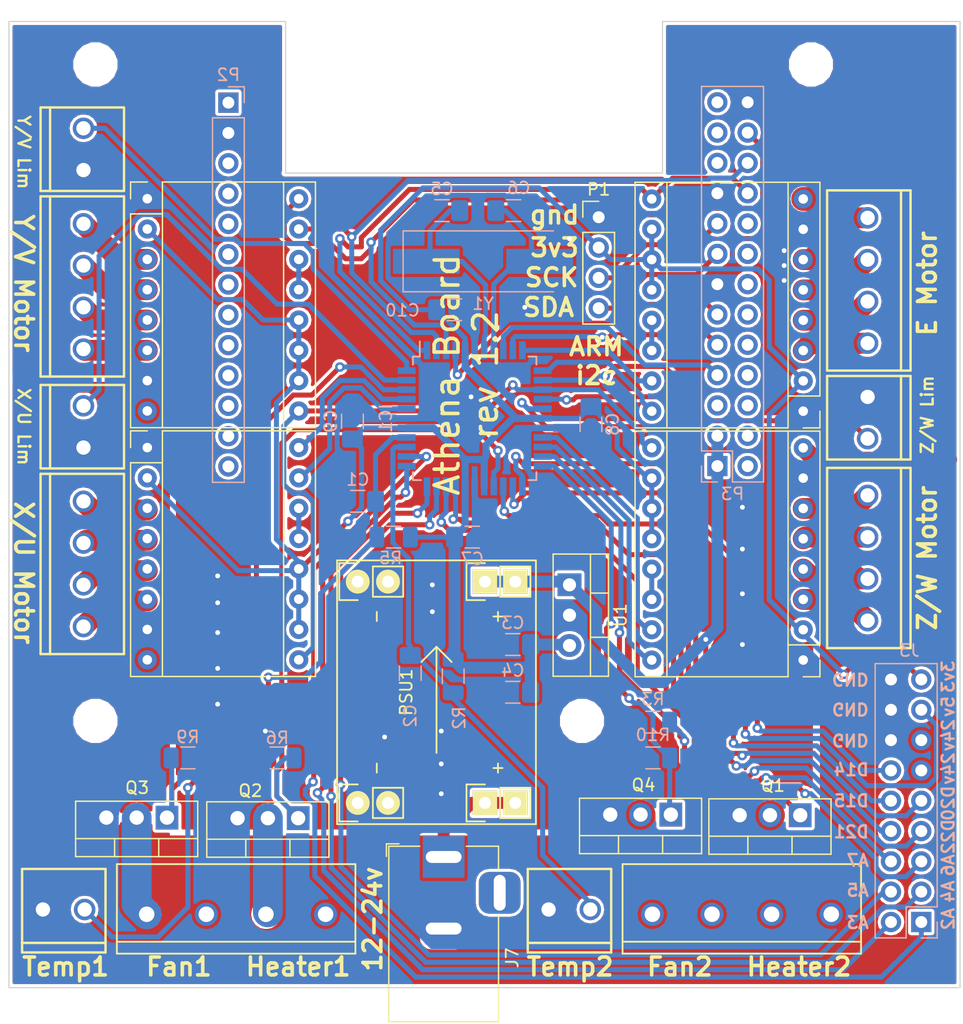
<source format=kicad_pcb>
(kicad_pcb (version 20171130) (host pcbnew 5.0.2+dfsg1-1)
  (title_block (title "Athena Board") (date 2019-06-28) (rev 1.2) (company "Phidias, LLC"))
  (layers (0 F.Cu signal) (31 B.Cu signal hide) (34 B.Paste user hide) (35 F.Paste user) (36 B.SilkS user hide) (37 F.SilkS user) (38 B.Mask user hide) (39 F.Mask user) (44 Edge.Cuts user hide))
  (net 0 "")
  (net 1 /T1)
  (net 2 GND)
  (net 3 /T2)
  (net 4 "Net-(C5-Pad1)")
  (net 5 "Net-(C6-Pad1)")
  (net 6 /RESET)
  (net 7 +3V3)
  (net 8 /RX0)
  (net 9 /TX0)
  (net 10 /WLIMIT)
  (net 11 /H1)
  (net 12 /H2)
  (net 13 /F1)
  (net 14 /WSTEP)
  (net 15 /WDIR)
  (net 16 /ESTEP)
  (net 17 /EDIR)
  (net 18 /ULIMIT)
  (net 19 /VLIMIT)
  (net 20 /F2)
  (net 21 /USTEP)
  (net 22 /UDIR)
  (net 23 /ENABLE)
  (net 24 +24V)
  (net 25 +5V)
  (net 26 /SCK1_ARM)
  (net 27 /SDA1_ARM)
  (net 28 "Net-(A1-Pad13)")
  (net 29 "Net-(A1-Pad6)")
  (net 30 "Net-(A1-Pad5)")
  (net 31 "Net-(A1-Pad4)")
  (net 32 "Net-(A1-Pad3)")
  (net 33 "Net-(A2-Pad3)")
  (net 34 "Net-(A2-Pad4)")
  (net 35 "Net-(A2-Pad5)")
  (net 36 "Net-(A2-Pad13)")
  (net 37 "Net-(A2-Pad6)")
  (net 38 "Net-(A3-Pad13)")
  (net 39 "Net-(A3-Pad6)")
  (net 40 "Net-(A3-Pad5)")
  (net 41 "Net-(A3-Pad4)")
  (net 42 "Net-(A3-Pad3)")
  (net 43 "Net-(A4-Pad3)")
  (net 44 "Net-(A4-Pad4)")
  (net 45 "Net-(A4-Pad5)")
  (net 46 "Net-(A4-Pad13)")
  (net 47 "Net-(A4-Pad6)")
  (net 48 /A4_D28)
  (net 49 /HEATER1)
  (net 50 /HEATER2)
  (net 51 /FAN1)
  (net 52 /FAN2)
  (net 53 /MOSI_EENABLE)
  (net 54 /MISO_VSTEP)
  (net 55 /SCK_VDIR)
  (net 56 /D20)
  (net 57 /D21)
  (net 58 /D22)
  (net 59 /A7_D31)
  (net 60 /A6_D30)
  (net 61 /A5_D29)
  (net 62 /A3_D27)
  (net 63 /A2_D26)
  (net 64 /D15)
  (net 65 /D14)
  (module Crystal:Crystal_SMD_HC49-SD (layer B.Cu) (at 112.5 91.896335)
    (fp_text reference Y1 (at 0 3.55) (layer B.SilkS) (effects (justify mirror)))
    (fp_text value Crystal)
    (pad 2 smd rect (at 4.75 0) (size 5.6 2.1) (layers B.Cu B.Paste B.Mask) (net 5 "Net-(C6-Pad1)"))
    (pad 1 smd rect (at -4.75 0) (size 5.6 2.1) (layers B.Cu B.Paste B.Mask) (net 4 "Net-(C5-Pad1)"))
  )
  (module Package_TO_SOT_THT:TO-220-3_Vertical (layer F.Cu) (at 86 138.5 180)
    (fp_text reference Q3 (at 2.5 2.5 180) (layer F.SilkS))
    (fp_text value PSMN022-30PL)
    (pad 3 thru_hole oval (at 5.08 0 180) (size 1.905 2) (drill 1.2) (layers *.Cu *.Mask) (net 2 GND))
    (pad 2 thru_hole oval (at 2.54 0 180) (size 1.905 2) (drill 1.2) (layers *.Cu *.Mask) (net 51 /FAN1))
    (pad 1 thru_hole rect (at 0 0 180) (size 1.905 2) (drill 1.2) (layers *.Cu *.Mask) (net 13 /F1))
  )
  (module Package_TO_SOT_THT:TO-220-3_Vertical (layer F.Cu) (at 97 138.55 180)
    (fp_text reference Q2 (at 4 2.3 180) (layer F.SilkS))
    (fp_text value PSMN022-30PL)
    (pad 3 thru_hole oval (at 5.08 0 180) (size 1.905 2) (drill 1.2) (layers *.Cu *.Mask) (net 2 GND))
    (pad 2 thru_hole oval (at 2.54 0 180) (size 1.905 2) (drill 1.2) (layers *.Cu *.Mask) (net 49 /HEATER1))
    (pad 1 thru_hole rect (at 0 0 180) (size 1.905 2) (drill 1.2) (layers *.Cu *.Mask) (net 11 /H1))
  )
  (module Package_TO_SOT_THT:TO-220-3_Vertical (layer F.Cu) (at 128.25 138.25 180)
    (fp_text reference Q4 (at 2.29 2.48 180) (layer F.SilkS))
    (fp_text value PSMN022-30PL)
    (pad 3 thru_hole oval (at 5.08 0 180) (size 1.905 2) (drill 1.2) (layers *.Cu *.Mask) (net 2 GND))
    (pad 2 thru_hole oval (at 2.54 0 180) (size 1.905 2) (drill 1.2) (layers *.Cu *.Mask) (net 52 /FAN2))
    (pad 1 thru_hole rect (at 0 0 180) (size 1.905 2) (drill 1.2) (layers *.Cu *.Mask) (net 20 /F2))
  )
  (module Package_TO_SOT_THT:TO-220-3_Vertical (layer F.Cu) (at 139.1 138.3 180)
    (fp_text reference Q1 (at 2.29 2.48 180) (layer F.SilkS))
    (fp_text value PSMN022-30PL)
    (pad 3 thru_hole oval (at 5.08 0 180) (size 1.905 2) (drill 1.2) (layers *.Cu *.Mask) (net 2 GND))
    (pad 2 thru_hole oval (at 2.54 0 180) (size 1.905 2) (drill 1.2) (layers *.Cu *.Mask) (net 50 /HEATER2))
    (pad 1 thru_hole rect (at 0 0 180) (size 1.905 2) (drill 1.2) (layers *.Cu *.Mask) (net 12 /H2))
  )
  (module Freetronics:SCREWTERMINAL-3.5MM-4 (layer F.Cu) (at 144.75 98.75 90)
    (fp_text reference J5)
    (fp_text value "E Motor")
    (pad 4 thru_hole oval (at 10.49782 0 90) (size 1.79832 1.79832) (drill 1.19888) (layers *.Cu *.Mask) (net 47 "Net-(A4-Pad6)"))
    (pad 3 thru_hole oval (at 6.9977 0 90) (size 1.79832 1.79832) (drill 1.19888) (layers *.Cu *.Mask) (net 45 "Net-(A4-Pad5)"))
    (pad 2 thru_hole oval (at 3.49758 0 90) (size 1.79832 1.79832) (drill 1.19888) (layers *.Cu *.Mask) (net 44 "Net-(A4-Pad4)"))
    (pad 1 thru_hole oval (at 0 0 90) (size 1.79832 1.79832) (drill 1.19888) (layers *.Cu *.Mask) (net 43 "Net-(A4-Pad3)"))
  )
  (module MountingHole:MountingHole_3.2mm_M3 (layer F.Cu) (at 140 75.4)
    (fp_text reference "" (at 0 -4.2) (layer F.SilkS))
    (fp_text value 2)
    (pad 1 np_thru_hole circle (at 0 0) (size 3.2 3.2) (drill 3.2) (layers *.Cu *.Mask))
  )
  (module "DC-DC Buck:7-28V" (layer F.Cu) (at 108.6 128 90)
    (fp_text reference PSU1 (at 0 -2.54 90) (layer F.SilkS))
    (fp_text value DC-DC_Buck-RESCUE-delta4_aux4)
    (fp_text user - (at 6.35 -5.08 90) (layer F.SilkS))
    (fp_text user + (at 6.35 5.08 90) (layer F.SilkS))
    (fp_text user - (at -6.35 -5.08 90) (layer F.SilkS))
    (fp_text user + (at -6.35 5.08 90) (layer F.SilkS))
    (pad 3 thru_hole rect (at 9.271 4.064 90) (size 2.032 2.032) (drill 1) (layers *.Cu *.Mask F.SilkS) (net 25 +5V))
    (pad 4 thru_hole rect (at -9.271 4.064 90) (size 2.032 2.032) (drill 1) (layers *.Cu *.Mask F.SilkS) (net 24 +24V))
    (pad 2 thru_hole oval (at 9.271 -6.604 90) (size 2 2) (drill 1) (layers *.Cu *.Mask F.SilkS) (net 2 GND))
    (pad 3 thru_hole rect (at 9.271 6.604 90) (size 2.032 2.032) (drill 1) (layers *.Cu *.Mask F.SilkS) (net 25 +5V))
    (pad 4 thru_hole rect (at -9.271 6.604 90) (size 2.032 2.032) (drill 1) (layers *.Cu *.Mask F.SilkS) (net 24 +24V))
    (pad 2 thru_hole oval (at 9.271 -4.064 90) (size 2 2) (drill 1) (layers *.Cu *.Mask F.SilkS) (net 2 GND))
    (pad 1 thru_hole oval (at -9.271 -4.064 90) (size 2 2) (drill 1) (layers *.Cu *.Mask F.SilkS) (net 2 GND))
    (pad 1 thru_hole oval (at -9.271 -6.604 90) (size 2 2) (drill 1) (layers *.Cu *.Mask F.SilkS) (net 2 GND))
  )
  (module Freetronics:SCREWTERMINAL-3.5MM-2 (layer F.Cu) (at 75.6 146.2)
    (fp_text reference J8)
    (fp_text value THERM1 hide)
    (pad 2 thru_hole oval (at 3.49758 0) (size 1.79832 1.79832) (drill 1.19888) (layers *.Cu *.Mask) (net 1 /T1))
    (pad 1 thru_hole oval (at 0 0) (size 1.79832 1.79832) (drill 1.19888) (layers *.Cu *.Mask) (net 2 GND))
  )
  (module Package_QFP:TQFP-44_10x10mm_P0.8mm (layer B.Cu) (at 111.8 105.05 270)
    (fp_text reference IC1 (at 0 7.45 270) (layer B.SilkS) (effects (justify mirror)))
    (fp_text value ATMEGA1284P-A)
    (pad 44 smd rect (at -4 5.7 180) (size 1.5 0.55) (layers B.Cu B.Paste B.Mask) (net 19 /VLIMIT))
    (pad 43 smd rect (at -3.2 5.7 180) (size 1.5 0.55) (layers B.Cu B.Paste B.Mask) (net 18 /ULIMIT))
    (pad 42 smd rect (at -2.4 5.7 180) (size 1.5 0.55) (layers B.Cu B.Paste B.Mask) (net 13 /F1))
    (pad 41 smd rect (at -1.6 5.7 180) (size 1.5 0.55) (layers B.Cu B.Paste B.Mask) (net 22 /UDIR))
    (pad 40 smd rect (at -0.8 5.7 180) (size 1.5 0.55) (layers B.Cu B.Paste B.Mask) (net 21 /USTEP))
    (pad 39 smd rect (at 0 5.7 180) (size 1.5 0.55) (layers B.Cu B.Paste B.Mask) (net 2 GND))
    (pad 38 smd rect (at 0.8 5.7 180) (size 1.5 0.55) (layers B.Cu B.Paste B.Mask) (net 7 +3V3))
    (pad 37 smd rect (at 1.6 5.7 180) (size 1.5 0.55) (layers B.Cu B.Paste B.Mask) (net 1 /T1))
    (pad 36 smd rect (at 2.4 5.7 180) (size 1.5 0.55) (layers B.Cu B.Paste B.Mask) (net 3 /T2))
    (pad 35 smd rect (at 3.2 5.7 180) (size 1.5 0.55) (layers B.Cu B.Paste B.Mask) (net 63 /A2_D26))
    (pad 34 smd rect (at 4 5.7 180) (size 1.5 0.55) (layers B.Cu B.Paste B.Mask) (net 62 /A3_D27))
    (pad 33 smd rect (at 5.7 4 270) (size 1.5 0.55) (layers B.Cu B.Paste B.Mask) (net 48 /A4_D28))
    (pad 32 smd rect (at 5.7 3.2 270) (size 1.5 0.55) (layers B.Cu B.Paste B.Mask) (net 61 /A5_D29))
    (pad 31 smd rect (at 5.7 2.4 270) (size 1.5 0.55) (layers B.Cu B.Paste B.Mask) (net 60 /A6_D30))
    (pad 30 smd rect (at 5.7 1.6 270) (size 1.5 0.55) (layers B.Cu B.Paste B.Mask) (net 59 /A7_D31))
    (pad 29 smd rect (at 5.7 0.8 270) (size 1.5 0.55) (layers B.Cu B.Paste B.Mask) (net 7 +3V3))
    (pad 28 smd rect (at 5.7 0 270) (size 1.5 0.55) (layers B.Cu B.Paste B.Mask) (net 2 GND))
    (pad 27 smd rect (at 5.7 -0.8 270) (size 1.5 0.55) (layers B.Cu B.Paste B.Mask) (net 7 +3V3))
    (pad 26 smd rect (at 5.7 -1.6 270) (size 1.5 0.55) (layers B.Cu B.Paste B.Mask) (net 11 /H1))
    (pad 25 smd rect (at 5.7 -2.4 270) (size 1.5 0.55) (layers B.Cu B.Paste B.Mask) (net 58 /D22))
    (pad 24 smd rect (at 5.7 -3.2 270) (size 1.5 0.55) (layers B.Cu B.Paste B.Mask) (net 57 /D21))
    (pad 23 smd rect (at 5.7 -4 270) (size 1.5 0.55) (layers B.Cu B.Paste B.Mask) (net 56 /D20))
    (pad 22 smd rect (at 4 -5.7 180) (size 1.5 0.55) (layers B.Cu B.Paste B.Mask) (net 20 /F2))
    (pad 21 smd rect (at 3.2 -5.7 180) (size 1.5 0.55) (layers B.Cu B.Paste B.Mask) (net 12 /H2))
    (pad 20 smd rect (at 2.4 -5.7 180) (size 1.5 0.55) (layers B.Cu B.Paste B.Mask) (net 15 /WDIR))
    (pad 19 smd rect (at 1.6 -5.7 180) (size 1.5 0.55) (layers B.Cu B.Paste B.Mask) (net 14 /WSTEP))
    (pad 18 smd rect (at 0.8 -5.7 180) (size 1.5 0.55) (layers B.Cu B.Paste B.Mask) (net 2 GND))
    (pad 17 smd rect (at 0 -5.7 180) (size 1.5 0.55) (layers B.Cu B.Paste B.Mask) (net 7 +3V3))
    (pad 16 smd rect (at -0.8 -5.7 180) (size 1.5 0.55) (layers B.Cu B.Paste B.Mask) (net 64 /D15))
    (pad 15 smd rect (at -1.6 -5.7 180) (size 1.5 0.55) (layers B.Cu B.Paste B.Mask) (net 65 /D14))
    (pad 14 smd rect (at -2.4 -5.7 180) (size 1.5 0.55) (layers B.Cu B.Paste B.Mask) (net 23 /ENABLE))
    (pad 13 smd rect (at -3.2 -5.7 180) (size 1.5 0.55) (layers B.Cu B.Paste B.Mask) (net 10 /WLIMIT))
    (pad 12 smd rect (at -4 -5.7 180) (size 1.5 0.55) (layers B.Cu B.Paste B.Mask) (net 17 /EDIR))
    (pad 11 smd rect (at -5.7 -4 270) (size 1.5 0.55) (layers B.Cu B.Paste B.Mask) (net 16 /ESTEP))
    (pad 10 smd rect (at -5.7 -3.2 270) (size 1.5 0.55) (layers B.Cu B.Paste B.Mask) (net 9 /TX0))
    (pad 9 smd rect (at -5.7 -2.4 270) (size 1.5 0.55) (layers B.Cu B.Paste B.Mask) (net 8 /RX0))
    (pad 8 smd rect (at -5.7 -1.6 270) (size 1.5 0.55) (layers B.Cu B.Paste B.Mask) (net 5 "Net-(C6-Pad1)"))
    (pad 7 smd rect (at -5.7 -0.8 270) (size 1.5 0.55) (layers B.Cu B.Paste B.Mask) (net 4 "Net-(C5-Pad1)"))
    (pad 6 smd rect (at -5.7 0 270) (size 1.5 0.55) (layers B.Cu B.Paste B.Mask) (net 2 GND))
    (pad 5 smd rect (at -5.7 0.8 270) (size 1.5 0.55) (layers B.Cu B.Paste B.Mask) (net 7 +3V3))
    (pad 4 smd rect (at -5.7 1.6 270) (size 1.5 0.55) (layers B.Cu B.Paste B.Mask) (net 6 /RESET))
    (pad 3 smd rect (at -5.7 2.4 270) (size 1.5 0.55) (layers B.Cu B.Paste B.Mask) (net 55 /SCK_VDIR))
    (pad 2 smd rect (at -5.7 3.2 270) (size 1.5 0.55) (layers B.Cu B.Paste B.Mask) (net 54 /MISO_VSTEP))
    (pad 1 smd rect (at -5.7 4 270) (size 1.5 0.55) (layers B.Cu B.Paste B.Mask) (net 53 /MOSI_EENABLE))
  )
  (module Connector_PinHeader_2.54mm:PinHeader_1x13_P2.54mm_Vertical (layer B.Cu) (at 91.149999 78.6 180)
    (fp_text reference P2 (at 0 2.33 180) (layer B.SilkS) (effects (justify mirror)))
    (fp_text value OPi_Expansion)
    (pad 13 thru_hole oval (at 0 -30.48 180) (size 1.7 1.7) (drill 1) (layers *.Cu *.Mask))
    (pad 12 thru_hole oval (at 0 -27.94 180) (size 1.7 1.7) (drill 1) (layers *.Cu *.Mask))
    (pad 11 thru_hole oval (at 0 -25.4 180) (size 1.7 1.7) (drill 1) (layers *.Cu *.Mask))
    (pad 10 thru_hole oval (at 0 -22.86 180) (size 1.7 1.7) (drill 1) (layers *.Cu *.Mask))
    (pad 9 thru_hole oval (at 0 -20.32 180) (size 1.7 1.7) (drill 1) (layers *.Cu *.Mask))
    (pad 8 thru_hole oval (at 0 -17.78 180) (size 1.7 1.7) (drill 1) (layers *.Cu *.Mask))
    (pad 7 thru_hole oval (at 0 -15.24 180) (size 1.7 1.7) (drill 1) (layers *.Cu *.Mask))
    (pad 6 thru_hole oval (at 0 -12.7 180) (size 1.7 1.7) (drill 1) (layers *.Cu *.Mask))
    (pad 5 thru_hole oval (at 0 -10.16 180) (size 1.7 1.7) (drill 1) (layers *.Cu *.Mask))
    (pad 4 thru_hole oval (at 0 -7.62 180) (size 1.7 1.7) (drill 1) (layers *.Cu *.Mask))
    (pad 3 thru_hole oval (at 0 -5.08 180) (size 1.7 1.7) (drill 1) (layers *.Cu *.Mask))
    (pad 2 thru_hole oval (at 0 -2.54 180) (size 1.7 1.7) (drill 1) (layers *.Cu *.Mask) (net 2 GND))
    (pad 1 thru_hole rect (at 0 0 180) (size 1.7 1.7) (drill 1) (layers *.Cu *.Mask))
  )
  (module Connector_PinHeader_2.54mm:PinHeader_2x13_P2.54mm_Vertical (layer B.Cu) (at 132.15 109.05)
    (fp_text reference P3 (at 1.27 2.33) (layer B.SilkS) (effects (justify mirror)))
    (fp_text value OPi_GPIO)
    (pad 26 thru_hole oval (at 2.54 -30.48) (size 1.7 1.7) (drill 1) (layers *.Cu *.Mask) (net 2 GND))
    (pad 25 thru_hole oval (at 0 -30.48) (size 1.7 1.7) (drill 1) (layers *.Cu *.Mask))
    (pad 24 thru_hole oval (at 2.54 -27.94) (size 1.7 1.7) (drill 1) (layers *.Cu *.Mask) (net 55 /SCK_VDIR))
    (pad 23 thru_hole oval (at 0 -27.94) (size 1.7 1.7) (drill 1) (layers *.Cu *.Mask))
    (pad 22 thru_hole oval (at 2.54 -25.4) (size 1.7 1.7) (drill 1) (layers *.Cu *.Mask) (net 54 /MISO_VSTEP))
    (pad 21 thru_hole oval (at 0 -25.4) (size 1.7 1.7) (drill 1) (layers *.Cu *.Mask))
    (pad 20 thru_hole oval (at 2.54 -22.86) (size 1.7 1.7) (drill 1) (layers *.Cu *.Mask) (net 53 /MOSI_EENABLE))
    (pad 19 thru_hole oval (at 0 -22.86) (size 1.7 1.7) (drill 1) (layers *.Cu *.Mask) (net 2 GND))
    (pad 18 thru_hole oval (at 2.54 -20.32) (size 1.7 1.7) (drill 1) (layers *.Cu *.Mask))
    (pad 17 thru_hole oval (at 0 -20.32) (size 1.7 1.7) (drill 1) (layers *.Cu *.Mask) (net 26 /SCK1_ARM))
    (pad 16 thru_hole oval (at 2.54 -17.78) (size 1.7 1.7) (drill 1) (layers *.Cu *.Mask))
    (pad 15 thru_hole oval (at 0 -17.78) (size 1.7 1.7) (drill 1) (layers *.Cu *.Mask) (net 27 /SDA1_ARM))
    (pad 14 thru_hole oval (at 2.54 -15.24) (size 1.7 1.7) (drill 1) (layers *.Cu *.Mask))
    (pad 13 thru_hole oval (at 0 -15.24) (size 1.7 1.7) (drill 1) (layers *.Cu *.Mask) (net 2 GND))
    (pad 12 thru_hole oval (at 2.54 -12.7) (size 1.7 1.7) (drill 1) (layers *.Cu *.Mask))
    (pad 11 thru_hole oval (at 0 -12.7) (size 1.7 1.7) (drill 1) (layers *.Cu *.Mask) (net 6 /RESET))
    (pad 10 thru_hole oval (at 2.54 -10.16) (size 1.7 1.7) (drill 1) (layers *.Cu *.Mask))
    (pad 9 thru_hole oval (at 0 -10.16) (size 1.7 1.7) (drill 1) (layers *.Cu *.Mask) (net 9 /TX0))
    (pad 8 thru_hole oval (at 2.54 -7.62) (size 1.7 1.7) (drill 1) (layers *.Cu *.Mask))
    (pad 7 thru_hole oval (at 0 -7.62) (size 1.7 1.7) (drill 1) (layers *.Cu *.Mask) (net 8 /RX0))
    (pad 6 thru_hole oval (at 2.54 -5.08) (size 1.7 1.7) (drill 1) (layers *.Cu *.Mask))
    (pad 5 thru_hole oval (at 0 -5.08) (size 1.7 1.7) (drill 1) (layers *.Cu *.Mask))
    (pad 4 thru_hole oval (at 2.54 -2.54) (size 1.7 1.7) (drill 1) (layers *.Cu *.Mask))
    (pad 3 thru_hole oval (at 0 -2.54) (size 1.7 1.7) (drill 1) (layers *.Cu *.Mask) (net 25 +5V))
    (pad 2 thru_hole oval (at 2.54 0) (size 1.7 1.7) (drill 1) (layers *.Cu *.Mask))
    (pad 1 thru_hole rect (at 0 0) (size 1.7 1.7) (drill 1) (layers *.Cu *.Mask) (net 25 +5V))
  )
  (module Resistor_SMD:R_1206_3216Metric (layer B.Cu) (at 110 126.65 270)
    (fp_text reference R2 (at 3.5 -0.5 270) (layer B.SilkS) (effects (justify mirror)))
    (fp_text value 4.7k)
    (pad 2 smd roundrect (at 1.4 0 270) (size 1.25 1.75) (layers B.Cu B.Paste B.Mask) (roundrect_rratio 0.2) (net 3 /T2))
    (pad 1 smd roundrect (at -1.4 0 270) (size 1.25 1.75) (layers B.Cu B.Paste B.Mask) (roundrect_rratio 0.2) (net 7 +3V3))
  )
  (module Resistor_SMD:R_1206_3216Metric (layer B.Cu) (at 126.75 130.5)
    (fp_text reference R3 (at 0 -1.93) (layer B.SilkS) (effects (justify mirror)))
    (fp_text value 100k)
    (pad 2 smd roundrect (at 1.4 0) (size 1.25 1.75) (layers B.Cu B.Paste B.Mask) (roundrect_rratio 0.2) (net 12 /H2))
    (pad 1 smd roundrect (at -1.4 0) (size 1.25 1.75) (layers B.Cu B.Paste B.Mask) (roundrect_rratio 0.2) (net 2 GND))
  )
  (module Resistor_SMD:R_1206_3216Metric (layer B.Cu) (at 105 115 180)
    (fp_text reference R5 (at 0.25 -1.75 180) (layer B.SilkS) (effects (justify mirror)))
    (fp_text value 4.7k)
    (pad 2 smd roundrect (at 1.4 0 180) (size 1.25 1.75) (layers B.Cu B.Paste B.Mask) (roundrect_rratio 0.2) (net 1 /T1))
    (pad 1 smd roundrect (at -1.4 0 180) (size 1.25 1.75) (layers B.Cu B.Paste B.Mask) (roundrect_rratio 0.2) (net 7 +3V3))
  )
  (module Resistor_SMD:R_1206_3216Metric (layer B.Cu) (at 95.25 133.5)
    (fp_text reference R6 (at 0 -1.68) (layer B.SilkS) (effects (justify mirror)))
    (fp_text value 100k)
    (pad 2 smd roundrect (at 1.4 0) (size 1.25 1.75) (layers B.Cu B.Paste B.Mask) (roundrect_rratio 0.2) (net 11 /H1))
    (pad 1 smd roundrect (at -1.4 0) (size 1.25 1.75) (layers B.Cu B.Paste B.Mask) (roundrect_rratio 0.2) (net 2 GND))
  )
  (module Resistor_SMD:R_1206_3216Metric (layer B.Cu) (at 87.75 133.5 180)
    (fp_text reference R9 (at 0 1.75 180) (layer B.SilkS) (effects (justify mirror)))
    (fp_text value 100k)
    (pad 2 smd roundrect (at 1.4 0 180) (size 1.25 1.75) (layers B.Cu B.Paste B.Mask) (roundrect_rratio 0.2) (net 13 /F1))
    (pad 1 smd roundrect (at -1.4 0 180) (size 1.25 1.75) (layers B.Cu B.Paste B.Mask) (roundrect_rratio 0.2) (net 2 GND))
  )
  (module Resistor_SMD:R_1206_3216Metric (layer B.Cu) (at 126.75 133.5)
    (fp_text reference R10 (at 0 -1.93) (layer B.SilkS) (effects (justify mirror)))
    (fp_text value 100k)
    (pad 2 smd roundrect (at 1.4 0) (size 1.25 1.75) (layers B.Cu B.Paste B.Mask) (roundrect_rratio 0.2) (net 20 /F2))
    (pad 1 smd roundrect (at -1.4 0) (size 1.25 1.75) (layers B.Cu B.Paste B.Mask) (roundrect_rratio 0.2) (net 2 GND))
  )
  (module Capacitor_SMD:C_1206_3216Metric_Pad1.42x1.75mm_HandSolder (layer B.Cu) (at 111.6 115)
    (fp_text reference C7 (at 0 1.82) (layer B.SilkS) (effects (justify mirror)))
    (fp_text value 10uF)
    (pad 2 smd roundrect (at 1.4875 0) (size 1.425 1.75) (layers B.Cu B.Paste B.Mask) (roundrect_rratio 0.175439) (net 2 GND))
    (pad 1 smd roundrect (at -1.4875 0) (size 1.425 1.75) (layers B.Cu B.Paste B.Mask) (roundrect_rratio 0.175439) (net 7 +3V3))
  )
  (module Capacitor_SMD:C_1206_3216Metric_Pad1.42x1.75mm_HandSolder (layer B.Cu) (at 121.55 105.55 90)
    (fp_text reference C8 (at 0 1.82 90) (layer B.SilkS) (effects (justify mirror)))
    (fp_text value 10uF)
    (pad 2 smd roundrect (at 1.4875 0 90) (size 1.425 1.75) (layers B.Cu B.Paste B.Mask) (roundrect_rratio 0.175439) (net 7 +3V3))
    (pad 1 smd roundrect (at -1.4875 0 90) (size 1.425 1.75) (layers B.Cu B.Paste B.Mask) (roundrect_rratio 0.175439) (net 2 GND))
  )
  (module Capacitor_SMD:C_1206_3216Metric_Pad1.42x1.75mm_HandSolder (layer B.Cu) (at 101.55 105.3 270)
    (fp_text reference C9 (at 0 1.82 270) (layer B.SilkS) (effects (justify mirror)))
    (fp_text value 10uF)
    (pad 2 smd roundrect (at 1.4875 0 270) (size 1.425 1.75) (layers B.Cu B.Paste B.Mask) (roundrect_rratio 0.175439) (net 7 +3V3))
    (pad 1 smd roundrect (at -1.4875 0 270) (size 1.425 1.75) (layers B.Cu B.Paste B.Mask) (roundrect_rratio 0.175439) (net 2 GND))
  )
  (module Capacitor_SMD:C_1206_3216Metric_Pad1.42x1.75mm_HandSolder (layer B.Cu) (at 110.1 95.95 180)
    (fp_text reference C10 (at 4.35 -0.05 180) (layer B.SilkS) (effects (justify mirror)))
    (fp_text value 10uF)
    (pad 2 smd roundrect (at 1.4875 0 180) (size 1.425 1.75) (layers B.Cu B.Paste B.Mask) (roundrect_rratio 0.175439) (net 7 +3V3))
    (pad 1 smd roundrect (at -1.4875 0 180) (size 1.425 1.75) (layers B.Cu B.Paste B.Mask) (roundrect_rratio 0.175439) (net 2 GND))
  )
  (module Capacitor_SMD:C_1206_3216Metric_Pad1.42x1.75mm_HandSolder (layer B.Cu) (at 102 112 180)
    (fp_text reference C1 (at 0 1.82 180) (layer B.SilkS) (effects (justify mirror)))
    (fp_text value 10uF)
    (pad 2 smd roundrect (at 1.4875 0 180) (size 1.425 1.75) (layers B.Cu B.Paste B.Mask) (roundrect_rratio 0.175439) (net 2 GND))
    (pad 1 smd roundrect (at -1.4875 0 180) (size 1.425 1.75) (layers B.Cu B.Paste B.Mask) (roundrect_rratio 0.175439) (net 1 /T1))
  )
  (module Capacitor_SMD:C_1206_3216Metric_Pad1.42x1.75mm_HandSolder (layer B.Cu) (at 106.4 126.4 270)
    (fp_text reference C2 (at 3.58 0 270) (layer B.SilkS) (effects (justify mirror)))
    (fp_text value 10uF)
    (pad 2 smd roundrect (at 1.4875 0 270) (size 1.425 1.75) (layers B.Cu B.Paste B.Mask) (roundrect_rratio 0.175439) (net 2 GND))
    (pad 1 smd roundrect (at -1.4875 0 270) (size 1.425 1.75) (layers B.Cu B.Paste B.Mask) (roundrect_rratio 0.175439) (net 3 /T2))
  )
  (module Capacitor_SMD:C_1206_3216Metric_Pad1.42x1.75mm_HandSolder (layer B.Cu) (at 109.061169 87.646335 180)
    (fp_text reference C5 (at 0 1.82 180) (layer B.SilkS) (effects (justify mirror)))
    (fp_text value 33pF)
    (pad 2 smd roundrect (at 1.4875 0 180) (size 1.425 1.75) (layers B.Cu B.Paste B.Mask) (roundrect_rratio 0.175439) (net 2 GND))
    (pad 1 smd roundrect (at -1.4875 0 180) (size 1.425 1.75) (layers B.Cu B.Paste B.Mask) (roundrect_rratio 0.175439) (net 4 "Net-(C5-Pad1)"))
  )
  (module Capacitor_SMD:C_1206_3216Metric_Pad1.42x1.75mm_HandSolder (layer B.Cu) (at 115.061169 87.646335)
    (fp_text reference C6 (at 0.438831 -1.896335) (layer B.SilkS) (effects (justify mirror)))
    (fp_text value 33pF)
    (pad 2 smd roundrect (at 1.4875 0) (size 1.425 1.75) (layers B.Cu B.Paste B.Mask) (roundrect_rratio 0.175439) (net 2 GND))
    (pad 1 smd roundrect (at -1.4875 0) (size 1.425 1.75) (layers B.Cu B.Paste B.Mask) (roundrect_rratio 0.175439) (net 5 "Net-(C6-Pad1)"))
  )
  (module Connector_PinHeader_2.54mm:PinHeader_1x04_P2.54mm_Vertical (layer F.Cu) (at 122.2 88.2)
    (fp_text reference P1 (at 0 -2.33) (layer F.SilkS))
    (fp_text value I2C_ARM)
    (pad 4 thru_hole oval (at 0 7.62) (size 1.7 1.7) (drill 1) (layers *.Cu *.Mask) (net 27 /SDA1_ARM))
    (pad 3 thru_hole oval (at 0 5.08) (size 1.7 1.7) (drill 1) (layers *.Cu *.Mask) (net 26 /SCK1_ARM))
    (pad 2 thru_hole oval (at 0 2.54) (size 1.7 1.7) (drill 1) (layers *.Cu *.Mask) (net 7 +3V3))
    (pad 1 thru_hole rect (at 0 0) (size 1.7 1.7) (drill 1) (layers *.Cu *.Mask) (net 2 GND))
  )
  (module Module:Pololu_Breakout-16_15.2x20.3mm (layer F.Cu) (at 84.35 107.5)
    (fp_text reference A1 hide)
    (fp_text value MOTU)
    (pad 16 thru_hole oval (at 12.7 0) (size 1.6 1.6) (drill 0.8) (layers *.Cu *.Mask) (net 22 /UDIR))
    (pad 8 thru_hole oval (at 0 17.78) (size 1.6 1.6) (drill 0.8) (layers *.Cu *.Mask) (net 24 +24V))
    (pad 15 thru_hole oval (at 12.7 2.54) (size 1.6 1.6) (drill 0.8) (layers *.Cu *.Mask) (net 21 /USTEP))
    (pad 7 thru_hole oval (at 0 15.24) (size 1.6 1.6) (drill 0.8) (layers *.Cu *.Mask) (net 2 GND))
    (pad 14 thru_hole oval (at 12.7 5.08) (size 1.6 1.6) (drill 0.8) (layers *.Cu *.Mask) (net 28 "Net-(A1-Pad13)"))
    (pad 6 thru_hole oval (at 0 12.7) (size 1.6 1.6) (drill 0.8) (layers *.Cu *.Mask) (net 29 "Net-(A1-Pad6)"))
    (pad 13 thru_hole oval (at 12.7 7.62) (size 1.6 1.6) (drill 0.8) (layers *.Cu *.Mask) (net 28 "Net-(A1-Pad13)"))
    (pad 5 thru_hole oval (at 0 10.16) (size 1.6 1.6) (drill 0.8) (layers *.Cu *.Mask) (net 30 "Net-(A1-Pad5)"))
    (pad 12 thru_hole oval (at 12.7 10.16) (size 1.6 1.6) (drill 0.8) (layers *.Cu *.Mask) (net 7 +3V3))
    (pad 4 thru_hole oval (at 0 7.62) (size 1.6 1.6) (drill 0.8) (layers *.Cu *.Mask) (net 31 "Net-(A1-Pad4)"))
    (pad 11 thru_hole oval (at 12.7 12.7) (size 1.6 1.6) (drill 0.8) (layers *.Cu *.Mask) (net 7 +3V3))
    (pad 3 thru_hole oval (at 0 5.08) (size 1.6 1.6) (drill 0.8) (layers *.Cu *.Mask) (net 32 "Net-(A1-Pad3)"))
    (pad 10 thru_hole oval (at 12.7 15.24) (size 1.6 1.6) (drill 0.8) (layers *.Cu *.Mask) (net 7 +3V3))
    (pad 2 thru_hole oval (at 0 2.54) (size 1.6 1.6) (drill 0.8) (layers *.Cu *.Mask) (net 7 +3V3))
    (pad 9 thru_hole oval (at 12.7 17.78) (size 1.6 1.6) (drill 0.8) (layers *.Cu *.Mask) (net 23 /ENABLE))
    (pad 1 thru_hole rect (at 0 0) (size 1.6 1.6) (drill 0.8) (layers *.Cu *.Mask) (net 2 GND))
  )
  (module Module:Pololu_Breakout-16_15.2x20.3mm (layer F.Cu) (at 84.35 86.65)
    (fp_text reference A2 hide)
    (fp_text value MOTV)
    (pad 16 thru_hole oval (at 12.7 0) (size 1.6 1.6) (drill 0.8) (layers *.Cu *.Mask) (net 55 /SCK_VDIR))
    (pad 8 thru_hole oval (at 0 17.78) (size 1.6 1.6) (drill 0.8) (layers *.Cu *.Mask) (net 24 +24V))
    (pad 15 thru_hole oval (at 12.7 2.54) (size 1.6 1.6) (drill 0.8) (layers *.Cu *.Mask) (net 54 /MISO_VSTEP))
    (pad 7 thru_hole oval (at 0 15.24) (size 1.6 1.6) (drill 0.8) (layers *.Cu *.Mask) (net 2 GND))
    (pad 14 thru_hole oval (at 12.7 5.08) (size 1.6 1.6) (drill 0.8) (layers *.Cu *.Mask) (net 36 "Net-(A2-Pad13)"))
    (pad 6 thru_hole oval (at 0 12.7) (size 1.6 1.6) (drill 0.8) (layers *.Cu *.Mask) (net 37 "Net-(A2-Pad6)"))
    (pad 13 thru_hole oval (at 12.7 7.62) (size 1.6 1.6) (drill 0.8) (layers *.Cu *.Mask) (net 36 "Net-(A2-Pad13)"))
    (pad 5 thru_hole oval (at 0 10.16) (size 1.6 1.6) (drill 0.8) (layers *.Cu *.Mask) (net 35 "Net-(A2-Pad5)"))
    (pad 12 thru_hole oval (at 12.7 10.16) (size 1.6 1.6) (drill 0.8) (layers *.Cu *.Mask) (net 7 +3V3))
    (pad 4 thru_hole oval (at 0 7.62) (size 1.6 1.6) (drill 0.8) (layers *.Cu *.Mask) (net 34 "Net-(A2-Pad4)"))
    (pad 11 thru_hole oval (at 12.7 12.7) (size 1.6 1.6) (drill 0.8) (layers *.Cu *.Mask) (net 7 +3V3))
    (pad 3 thru_hole oval (at 0 5.08) (size 1.6 1.6) (drill 0.8) (layers *.Cu *.Mask) (net 33 "Net-(A2-Pad3)"))
    (pad 10 thru_hole oval (at 12.7 15.24) (size 1.6 1.6) (drill 0.8) (layers *.Cu *.Mask) (net 7 +3V3))
    (pad 2 thru_hole oval (at 0 2.54) (size 1.6 1.6) (drill 0.8) (layers *.Cu *.Mask) (net 7 +3V3))
    (pad 9 thru_hole oval (at 12.7 17.78) (size 1.6 1.6) (drill 0.8) (layers *.Cu *.Mask) (net 23 /ENABLE))
    (pad 1 thru_hole rect (at 0 0) (size 1.6 1.6) (drill 0.8) (layers *.Cu *.Mask) (net 2 GND))
  )
  (module Module:Pololu_Breakout-16_15.2x20.3mm (layer F.Cu) (at 139.35 125.3 180)
    (fp_text reference A3 hide)
    (fp_text value MOTW)
    (pad 16 thru_hole oval (at 12.7 0 180) (size 1.6 1.6) (drill 0.8) (layers *.Cu *.Mask) (net 15 /WDIR))
    (pad 8 thru_hole oval (at 0 17.78 180) (size 1.6 1.6) (drill 0.8) (layers *.Cu *.Mask) (net 24 +24V))
    (pad 15 thru_hole oval (at 12.7 2.54 180) (size 1.6 1.6) (drill 0.8) (layers *.Cu *.Mask) (net 14 /WSTEP))
    (pad 7 thru_hole oval (at 0 15.24 180) (size 1.6 1.6) (drill 0.8) (layers *.Cu *.Mask) (net 2 GND))
    (pad 14 thru_hole oval (at 12.7 5.08 180) (size 1.6 1.6) (drill 0.8) (layers *.Cu *.Mask) (net 38 "Net-(A3-Pad13)"))
    (pad 6 thru_hole oval (at 0 12.7 180) (size 1.6 1.6) (drill 0.8) (layers *.Cu *.Mask) (net 39 "Net-(A3-Pad6)"))
    (pad 13 thru_hole oval (at 12.7 7.62 180) (size 1.6 1.6) (drill 0.8) (layers *.Cu *.Mask) (net 38 "Net-(A3-Pad13)"))
    (pad 5 thru_hole oval (at 0 10.16 180) (size 1.6 1.6) (drill 0.8) (layers *.Cu *.Mask) (net 40 "Net-(A3-Pad5)"))
    (pad 12 thru_hole oval (at 12.7 10.16 180) (size 1.6 1.6) (drill 0.8) (layers *.Cu *.Mask) (net 7 +3V3))
    (pad 4 thru_hole oval (at 0 7.62 180) (size 1.6 1.6) (drill 0.8) (layers *.Cu *.Mask) (net 41 "Net-(A3-Pad4)"))
    (pad 11 thru_hole oval (at 12.7 12.7 180) (size 1.6 1.6) (drill 0.8) (layers *.Cu *.Mask) (net 7 +3V3))
    (pad 3 thru_hole oval (at 0 5.08 180) (size 1.6 1.6) (drill 0.8) (layers *.Cu *.Mask) (net 42 "Net-(A3-Pad3)"))
    (pad 10 thru_hole oval (at 12.7 15.24 180) (size 1.6 1.6) (drill 0.8) (layers *.Cu *.Mask) (net 7 +3V3))
    (pad 2 thru_hole oval (at 0 2.54 180) (size 1.6 1.6) (drill 0.8) (layers *.Cu *.Mask) (net 7 +3V3))
    (pad 9 thru_hole oval (at 12.7 17.78 180) (size 1.6 1.6) (drill 0.8) (layers *.Cu *.Mask) (net 23 /ENABLE))
    (pad 1 thru_hole rect (at 0 0 180) (size 1.6 1.6) (drill 0.8) (layers *.Cu *.Mask) (net 2 GND))
  )
  (module Module:Pololu_Breakout-16_15.2x20.3mm (layer F.Cu) (at 139.35 104.45 180)
    (fp_text reference A4 hide)
    (fp_text value MOTE)
    (pad 16 thru_hole oval (at 12.7 0 180) (size 1.6 1.6) (drill 0.8) (layers *.Cu *.Mask) (net 17 /EDIR))
    (pad 8 thru_hole oval (at 0 17.78 180) (size 1.6 1.6) (drill 0.8) (layers *.Cu *.Mask) (net 24 +24V))
    (pad 15 thru_hole oval (at 12.7 2.54 180) (size 1.6 1.6) (drill 0.8) (layers *.Cu *.Mask) (net 16 /ESTEP))
    (pad 7 thru_hole oval (at 0 15.24 180) (size 1.6 1.6) (drill 0.8) (layers *.Cu *.Mask) (net 2 GND))
    (pad 14 thru_hole oval (at 12.7 5.08 180) (size 1.6 1.6) (drill 0.8) (layers *.Cu *.Mask) (net 46 "Net-(A4-Pad13)"))
    (pad 6 thru_hole oval (at 0 12.7 180) (size 1.6 1.6) (drill 0.8) (layers *.Cu *.Mask) (net 47 "Net-(A4-Pad6)"))
    (pad 13 thru_hole oval (at 12.7 7.62 180) (size 1.6 1.6) (drill 0.8) (layers *.Cu *.Mask) (net 46 "Net-(A4-Pad13)"))
    (pad 5 thru_hole oval (at 0 10.16 180) (size 1.6 1.6) (drill 0.8) (layers *.Cu *.Mask) (net 45 "Net-(A4-Pad5)"))
    (pad 12 thru_hole oval (at 12.7 10.16 180) (size 1.6 1.6) (drill 0.8) (layers *.Cu *.Mask) (net 7 +3V3))
    (pad 4 thru_hole oval (at 0 7.62 180) (size 1.6 1.6) (drill 0.8) (layers *.Cu *.Mask) (net 44 "Net-(A4-Pad4)"))
    (pad 11 thru_hole oval (at 12.7 12.7 180) (size 1.6 1.6) (drill 0.8) (layers *.Cu *.Mask) (net 7 +3V3))
    (pad 3 thru_hole oval (at 0 5.08 180) (size 1.6 1.6) (drill 0.8) (layers *.Cu *.Mask) (net 43 "Net-(A4-Pad3)"))
    (pad 10 thru_hole oval (at 12.7 15.24 180) (size 1.6 1.6) (drill 0.8) (layers *.Cu *.Mask) (net 7 +3V3))
    (pad 2 thru_hole oval (at 0 2.54 180) (size 1.6 1.6) (drill 0.8) (layers *.Cu *.Mask) (net 7 +3V3))
    (pad 9 thru_hole oval (at 12.7 17.78 180) (size 1.6 1.6) (drill 0.8) (layers *.Cu *.Mask) (net 53 /MOSI_EENABLE))
    (pad 1 thru_hole rect (at 0 0 180) (size 1.6 1.6) (drill 0.8) (layers *.Cu *.Mask) (net 2 GND))
  )
  (module Connector_PinSocket_2.54mm:PinSocket_2x09_P2.54mm_Vertical (layer B.Cu) (at 149.25 147.25)
    (fp_text reference J3 (at -1 -22.75) (layer B.SilkS) (effects (justify mirror)))
    (fp_text value Expansion)
    (pad 18 thru_hole oval (at -2.54 -20.32) (size 1.7 1.7) (drill 1) (layers *.Cu *.Mask) (net 2 GND))
    (pad 17 thru_hole oval (at 0 -20.32) (size 1.7 1.7) (drill 1) (layers *.Cu *.Mask) (net 7 +3V3))
    (pad 16 thru_hole oval (at -2.54 -17.78) (size 1.7 1.7) (drill 1) (layers *.Cu *.Mask) (net 2 GND))
    (pad 15 thru_hole oval (at 0 -17.78) (size 1.7 1.7) (drill 1) (layers *.Cu *.Mask) (net 25 +5V))
    (pad 14 thru_hole oval (at -2.54 -15.24) (size 1.7 1.7) (drill 1) (layers *.Cu *.Mask) (net 2 GND))
    (pad 13 thru_hole oval (at 0 -15.24) (size 1.7 1.7) (drill 1) (layers *.Cu *.Mask) (net 24 +24V))
    (pad 12 thru_hole oval (at -2.54 -12.7) (size 1.7 1.7) (drill 1) (layers *.Cu *.Mask) (net 65 /D14))
    (pad 11 thru_hole oval (at 0 -12.7) (size 1.7 1.7) (drill 1) (layers *.Cu *.Mask) (net 24 +24V))
    (pad 10 thru_hole oval (at -2.54 -10.16) (size 1.7 1.7) (drill 1) (layers *.Cu *.Mask) (net 64 /D15))
    (pad 9 thru_hole oval (at 0 -10.16) (size 1.7 1.7) (drill 1) (layers *.Cu *.Mask) (net 56 /D20))
    (pad 8 thru_hole oval (at -2.54 -7.62) (size 1.7 1.7) (drill 1) (layers *.Cu *.Mask) (net 57 /D21))
    (pad 7 thru_hole oval (at 0 -7.62) (size 1.7 1.7) (drill 1) (layers *.Cu *.Mask) (net 58 /D22))
    (pad 6 thru_hole oval (at -2.54 -5.08) (size 1.7 1.7) (drill 1) (layers *.Cu *.Mask) (net 59 /A7_D31))
    (pad 5 thru_hole oval (at 0 -5.08) (size 1.7 1.7) (drill 1) (layers *.Cu *.Mask) (net 60 /A6_D30))
    (pad 4 thru_hole oval (at -2.54 -2.54) (size 1.7 1.7) (drill 1) (layers *.Cu *.Mask) (net 61 /A5_D29))
    (pad 3 thru_hole oval (at 0 -2.54) (size 1.7 1.7) (drill 1) (layers *.Cu *.Mask) (net 48 /A4_D28))
    (pad 2 thru_hole oval (at -2.54 0) (size 1.7 1.7) (drill 1) (layers *.Cu *.Mask) (net 62 /A3_D27))
    (pad 1 thru_hole rect (at 0 0) (size 1.7 1.7) (drill 1) (layers *.Cu *.Mask) (net 63 /A2_D26))
  )
  (module Freetronics:SCREWTERMINAL-3.5MM-2 (layer F.Cu) (at 79 80.75 270)
    (fp_text reference J15)
    (fp_text value V_limit hide)
    (pad 2 thru_hole oval (at 3.49758 0 270) (size 1.79832 1.79832) (drill 1.19888) (layers *.Cu *.Mask) (net 2 GND))
    (pad 1 thru_hole oval (at 0 0 270) (size 1.79832 1.79832) (drill 1.19888) (layers *.Cu *.Mask) (net 19 /VLIMIT))
  )
  (module Freetronics:SCREWTERMINAL-3.5MM-2 (layer F.Cu) (at 144.75 106.75 90)
    (fp_text reference J16)
    (fp_text value W_limit hide)
    (pad 2 thru_hole oval (at 3.49758 0 90) (size 1.79832 1.79832) (drill 1.19888) (layers *.Cu *.Mask) (net 2 GND))
    (pad 1 thru_hole oval (at 0 0 90) (size 1.79832 1.79832) (drill 1.19888) (layers *.Cu *.Mask) (net 10 /WLIMIT))
  )
  (module Freetronics:SCREWTERMINAL-3.5MM-2 (layer F.Cu) (at 118 146.2)
    (fp_text reference J9)
    (fp_text value THERM2 hide)
    (pad 2 thru_hole oval (at 3.49758 0) (size 1.79832 1.79832) (drill 1.19888) (layers *.Cu *.Mask) (net 3 /T2))
    (pad 1 thru_hole oval (at 0 0) (size 1.79832 1.79832) (drill 1.19888) (layers *.Cu *.Mask) (net 2 GND))
  )
  (module Freetronics:SCREWTERMINAL-3.5MM-2 (layer F.Cu) (at 79 104 270)
    (fp_text reference J11)
    (fp_text value U_limit hide)
    (pad 2 thru_hole oval (at 3.49758 0 270) (size 1.79832 1.79832) (drill 1.19888) (layers *.Cu *.Mask) (net 2 GND))
    (pad 1 thru_hole oval (at 0 0 270) (size 1.79832 1.79832) (drill 1.19888) (layers *.Cu *.Mask) (net 18 /ULIMIT))
  )
  (module Package_TO_SOT_THT:TO-220-3_Vertical (layer F.Cu) (at 119.75 119 270)
    (fp_text reference U1 (at 2.54 -4.27 270) (layer F.SilkS))
    (fp_text value AZ2940T-3.3E1)
    (pad 3 thru_hole oval (at 5.08 0 270) (size 1.905 2) (drill 1.1) (layers *.Cu *.Mask) (net 7 +3V3))
    (pad 2 thru_hole oval (at 2.54 0 270) (size 1.905 2) (drill 1.1) (layers *.Cu *.Mask) (net 2 GND))
    (pad 1 thru_hole rect (at 0 0 270) (size 1.905 2) (drill 1.1) (layers *.Cu *.Mask) (net 25 +5V))
  )
  (module Freetronics:SCREWTERMINAL-3.5MM-4 (layer F.Cu) (at 79 112 270)
    (fp_text reference J1)
    (fp_text value "U Motor")
    (pad 4 thru_hole oval (at 10.49782 0 270) (size 1.79832 1.79832) (drill 1.19888) (layers *.Cu *.Mask) (net 29 "Net-(A1-Pad6)"))
    (pad 3 thru_hole oval (at 6.9977 0 270) (size 1.79832 1.79832) (drill 1.19888) (layers *.Cu *.Mask) (net 30 "Net-(A1-Pad5)"))
    (pad 2 thru_hole oval (at 3.49758 0 270) (size 1.79832 1.79832) (drill 1.19888) (layers *.Cu *.Mask) (net 31 "Net-(A1-Pad4)"))
    (pad 1 thru_hole oval (at 0 0 270) (size 1.79832 1.79832) (drill 1.19888) (layers *.Cu *.Mask) (net 32 "Net-(A1-Pad3)"))
  )
  (module Freetronics:SCREWTERMINAL-3.5MM-4 (layer F.Cu) (at 79 88.75 270)
    (fp_text reference J2)
    (fp_text value "V Motor")
    (pad 4 thru_hole oval (at 10.49782 0 270) (size 1.79832 1.79832) (drill 1.19888) (layers *.Cu *.Mask) (net 37 "Net-(A2-Pad6)"))
    (pad 3 thru_hole oval (at 6.9977 0 270) (size 1.79832 1.79832) (drill 1.19888) (layers *.Cu *.Mask) (net 35 "Net-(A2-Pad5)"))
    (pad 2 thru_hole oval (at 3.49758 0 270) (size 1.79832 1.79832) (drill 1.19888) (layers *.Cu *.Mask) (net 34 "Net-(A2-Pad4)"))
    (pad 1 thru_hole oval (at 0 0 270) (size 1.79832 1.79832) (drill 1.19888) (layers *.Cu *.Mask) (net 33 "Net-(A2-Pad3)"))
  )
  (module Freetronics:SCREWTERMINAL-3.5MM-4 (layer F.Cu) (at 144.75 122 90)
    (fp_text reference J4)
    (fp_text value "W Motor")
    (pad 4 thru_hole oval (at 10.49782 0 90) (size 1.79832 1.79832) (drill 1.19888) (layers *.Cu *.Mask) (net 39 "Net-(A3-Pad6)"))
    (pad 3 thru_hole oval (at 6.9977 0 90) (size 1.79832 1.79832) (drill 1.19888) (layers *.Cu *.Mask) (net 40 "Net-(A3-Pad5)"))
    (pad 2 thru_hole oval (at 3.49758 0 90) (size 1.79832 1.79832) (drill 1.19888) (layers *.Cu *.Mask) (net 41 "Net-(A3-Pad4)"))
    (pad 1 thru_hole oval (at 0 0 90) (size 1.79832 1.79832) (drill 1.19888) (layers *.Cu *.Mask) (net 42 "Net-(A3-Pad3)"))
  )
  (module Connector_BarrelJack:BarrelJack_Horizontal (layer F.Cu) (at 109.2 141.8 90)
    (fp_text reference J7 (at -8.45 5.75 90) (layer F.SilkS))
    (fp_text value 24V)
    (pad 3 thru_hole roundrect (at -3 4.7 90) (size 3.5 3.5) (drill oval 3 1) (layers *.Cu *.Mask))
    (pad 2 thru_hole roundrect (at -6 0 90) (size 3 3.5) (drill oval 1 3) (layers *.Cu *.Mask) (net 2 GND))
    (pad 1 thru_hole rect (at 0 0 90) (size 3.5 3.5) (drill oval 1 3) (layers *.Cu *.Mask) (net 24 +24V))
  )
  (module Capacitor_SMD:C_1206_3216Metric_Pad1.42x1.75mm_HandSolder (layer B.Cu) (at 115 124 180)
    (fp_text reference C3 (at 0 1.82 180) (layer B.SilkS) (effects (justify mirror)))
    (fp_text value 100uF)
    (pad 2 smd roundrect (at 1.4875 0 180) (size 1.425 1.75) (layers B.Cu B.Paste B.Mask) (roundrect_rratio 0.175439) (net 2 GND))
    (pad 1 smd roundrect (at -1.4875 0 180) (size 1.425 1.75) (layers B.Cu B.Paste B.Mask) (roundrect_rratio 0.175439) (net 7 +3V3))
  )
  (module Capacitor_SMD:C_1206_3216Metric_Pad1.42x1.75mm_HandSolder (layer B.Cu) (at 115 128 180)
    (fp_text reference C4 (at 0 1.82 180) (layer B.SilkS) (effects (justify mirror)))
    (fp_text value 10uF)
    (pad 2 smd roundrect (at 1.4875 0 180) (size 1.425 1.75) (layers B.Cu B.Paste B.Mask) (roundrect_rratio 0.175439) (net 2 GND))
    (pad 1 smd roundrect (at -1.4875 0 180) (size 1.425 1.75) (layers B.Cu B.Paste B.Mask) (roundrect_rratio 0.175439) (net 7 +3V3))
  )
  (module screw_terminals:SCREWTERMINAL-5MM-4 (layer F.Cu) (at 91.8 146.6)
    (fp_text reference J10)
    (fp_text value HEATER1 hide)
    (pad 3 thru_hole oval (at 2.5 0) (size 1.94564 1.94564) (drill 1.29794) (layers *.Cu *.Mask) (net 49 /HEATER1))
    (pad 2 thru_hole oval (at -2.5 0) (size 1.94564 1.94564) (drill 1.29794) (layers *.Cu *.Mask) (net 24 +24V))
    (pad 4 thru_hole oval (at 7.5 0) (size 1.94564 1.94564) (drill 1.29794) (layers *.Cu *.Mask) (net 24 +24V))
    (pad 1 thru_hole oval (at -7.5 0) (size 1.94564 1.94564) (drill 1.29794) (layers *.Cu *.Mask) (net 51 /FAN1))
  )
  (module screw_terminals:SCREWTERMINAL-5MM-4 (layer F.Cu) (at 134.2 146.6)
    (fp_text reference J12)
    (fp_text value HEATER2 hide)
    (pad 3 thru_hole oval (at 2.5 0) (size 1.94564 1.94564) (drill 1.29794) (layers *.Cu *.Mask) (net 50 /HEATER2))
    (pad 2 thru_hole oval (at -2.5 0) (size 1.94564 1.94564) (drill 1.29794) (layers *.Cu *.Mask) (net 24 +24V))
    (pad 4 thru_hole oval (at 7.5 0) (size 1.94564 1.94564) (drill 1.29794) (layers *.Cu *.Mask) (net 24 +24V))
    (pad 1 thru_hole oval (at -7.5 0) (size 1.94564 1.94564) (drill 1.29794) (layers *.Cu *.Mask) (net 52 /FAN2))
  )
  (module MountingHole:MountingHole_3.2mm_M3 (layer F.Cu) (at 80 75.4)
    (fp_text reference "" (at 0 -4.2) (layer F.SilkS))
    (fp_text value 1)
    (pad 1 np_thru_hole circle (at 0 0) (size 3.2 3.2) (drill 3.2) (layers *.Cu *.Mask))
  )
  (module MountingHole:MountingHole_3.2mm_M3 (layer F.Cu) (at 80 130.4)
    (fp_text reference "" (at 0 -4.2) (layer F.SilkS))
    (fp_text value 4)
    (pad 1 np_thru_hole circle (at 0 0) (size 3.2 3.2) (drill 3.2) (layers *.Cu *.Mask))
  )
  (module MountingHole:MountingHole_3.2mm_M3 (layer F.Cu) (at 120.8 130.4)
    (fp_text reference "" (at 0 -4.2) (layer F.SilkS))
    (fp_text value 3)
    (pad 1 np_thru_hole circle (at 0 0) (size 3.2 3.2) (drill 3.2) (layers *.Cu *.Mask))
  )
  (gr_text "Athena Board\nrev 1.2" (at 111.1 101.4 90) (layer F.SilkS) (effects (font (size 2 2) (thickness 0.3))))
  (gr_text A2 (at 151.5 147 90) (layer B.SilkS) (effects (font (size 1 1) (thickness 0.2)) (justify mirror)))
  (gr_text A3 (at 143.919047 147.3) (layer B.SilkS) (effects (font (size 1 1) (thickness 0.2)) (justify mirror)))
  (gr_text A4 (at 151.5 144.7 90) (layer B.SilkS) (effects (font (size 1 1) (thickness 0.2)) (justify mirror)))
  (gr_text A6 (at 151.5 142.5 90) (layer B.SilkS) (effects (font (size 1 1) (thickness 0.2)) (justify mirror)))
  (gr_text D22 (at 151.5 140.1 90) (layer B.SilkS) (effects (font (size 1 1) (thickness 0.2)) (justify mirror)))
  (gr_text D20 (at 151.5 137.3 90) (layer B.SilkS) (effects (font (size 1 1) (thickness 0.2)) (justify mirror)))
  (gr_text GND (at 143.3 132 180) (layer B.SilkS) (effects (font (size 1 1) (thickness 0.2)) (justify mirror)))
  (gr_text GND (at 143.3 129.4 180) (layer B.SilkS) (effects (font (size 1 1) (thickness 0.2)) (justify mirror)))
  (gr_text 24v (at 151.5 134.4 90) (layer B.SilkS) (effects (font (size 1 1) (thickness 0.2)) (justify mirror)))
  (gr_text SDA (at 118 95.75) (layer F.SilkS) (effects (font (size 1.5 1.5) (thickness 0.3))))
  (gr_text SCK (at 118.25 93.25) (layer F.SilkS) (effects (font (size 1.5 1.5) (thickness 0.3))))
  (gr_text 3v3 (at 118.5 90.75) (layer F.SilkS) (effects (font (size 1.5 1.5) (thickness 0.3))))
  (gr_text gnd (at 118.5 88) (layer F.SilkS) (effects (font (size 1.5 1.5) (thickness 0.3))))
  (gr_text 12-24v (at 103.25 147 90) (layer F.SilkS) (effects (font (size 1.5 1.5) (thickness 0.3))))
  (gr_text "ARM\ni2c" (at 122 100.25) (layer F.SilkS) (effects (font (size 1.5 1.5) (thickness 0.3))))
  (gr_text A5 (at 143.919047 144.6) (layer B.SilkS) (effects (font (size 1 1) (thickness 0.2)) (justify mirror)))
  (gr_text A7 (at 143.919047 142.1) (layer B.SilkS) (effects (font (size 1 1) (thickness 0.2)) (justify mirror)))
  (gr_text D21 (at 143.371428 139.7) (layer B.SilkS) (effects (font (size 1 1) (thickness 0.2)) (justify mirror)))
  (gr_text D15 (at 143.371428 137.1) (layer B.SilkS) (effects (font (size 1 1) (thickness 0.2)) (justify mirror)))
  (gr_text D14 (at 143.371428 134.5) (layer B.SilkS) (effects (font (size 1 1) (thickness 0.2)) (justify mirror)))
  (gr_text 24v (at 151.5 131.6 90) (layer B.SilkS) (effects (font (size 1 1) (thickness 0.2)) (justify mirror)))
  (gr_text 5v (at 151.5 129.2 90) (layer B.SilkS) (effects (font (size 1 1) (thickness 0.2)) (justify mirror)))
  (gr_text 3v3 (at 151.5 126.7 90) (layer B.SilkS) (effects (font (size 1 1) (thickness 0.2)) (justify mirror)))
  (gr_text GND (at 143.3 126.9 180) (layer B.SilkS) (effects (font (size 1 1) (thickness 0.2)) (justify mirror)))
  (gr_text Heater2 (at 139 151) (layer F.SilkS) (effects (font (size 1.5 1.5) (thickness 0.3))))
  (gr_text Fan2 (at 129 151) (layer F.SilkS) (effects (font (size 1.5 1.5) (thickness 0.3))))
  (gr_text Temp2 (at 119.8 151) (layer F.SilkS) (effects (font (size 1.5 1.5) (thickness 0.3))))
  (gr_text Heater1 (at 97 151) (layer F.SilkS) (effects (font (size 1.5 1.5) (thickness 0.3))))
  (gr_text Fan1 (at 87 151) (layer F.SilkS) (effects (font (size 1.5 1.5) (thickness 0.3))))
  (gr_text "Y/V Lim" (at 74 82.75 270) (layer F.SilkS) (effects (font (size 1 1) (thickness 0.2))))
  (gr_text "Y/V Motor" (at 74 93.75 270) (layer F.SilkS) (effects (font (size 1.5 1.5) (thickness 0.3))))
  (gr_text "X/U Lim" (at 74 105.75 270) (layer F.SilkS) (effects (font (size 1 1) (thickness 0.2))))
  (gr_text "X/U Motor" (at 74 118 270) (layer F.SilkS) (effects (font (size 1.5 1.5) (thickness 0.3))))
  (gr_text "E Motor" (at 149.75 93.75 90) (layer F.SilkS) (effects (font (size 1.5 1.5) (thickness 0.3))))
  (gr_text "Z/W Lim" (at 149.75 104.75 90) (layer F.SilkS) (effects (font (size 1 1) (thickness 0.2))))
  (gr_text "Z/W Motor" (at 149.75 116.75 90) (layer F.SilkS) (effects (font (size 1.5 1.5) (thickness 0.3))))
  (gr_text Temp1 (at 77.5 151) (layer F.SilkS) (effects (font (size 1.5 1.5) (thickness 0.3))))
  (gr_line (start 127.55 71.8) (end 127.55 84.5) (layer Edge.Cuts) (width 0.1))
  (gr_line (start 152.5 71.8) (end 127.55 71.8) (layer Edge.Cuts) (width 0.1))
  (gr_line (start 152.5 152.75) (end 152.5 71.8) (layer Edge.Cuts) (width 0.1))
  (gr_line (start 72.75 152.75) (end 152.5 152.75) (layer Edge.Cuts) (width 0.1))
  (gr_line (start 72.75 71.8) (end 72.75 152.75) (layer Edge.Cuts) (width 0.1))
  (gr_line (start 95.95 71.8) (end 72.75 71.8) (layer Edge.Cuts) (width 0.1))
  (gr_line (start 95.95 84.5) (end 95.95 71.8) (layer Edge.Cuts) (width 0.1))
  (gr_line (start 127.5 84.5) (end 95.9 84.5) (layer Edge.Cuts) (width 0.1))
  (segment (start 103.4875 108.0925) (end 103.4875 112) (width 0.42) (layer B.Cu) (net 1))
  (segment (start 104.93 106.65) (end 103.4875 108.0925) (width 0.42) (layer B.Cu) (net 1))
  (segment (start 106.1 106.65) (end 104.93 106.65) (width 0.42) (layer B.Cu) (net 1))
  (segment (start 103.4875 114.8875) (end 103.6 115) (width 0.42) (layer B.Cu) (net 1))
  (segment (start 103.4875 112) (end 103.4875 114.8875) (width 0.42) (layer B.Cu) (net 1))
  (via (at 87.75 136) (size 0.8) (drill 0.4) (layers F.Cu B.Cu) (net 1))
  (segment (start 94.5 129.25) (end 88.149999 135.600001) (width 0.42) (layer F.Cu) (net 1))
  (segment (start 97.565685 126.75) (end 95.065685 126.75) (width 0.42) (layer B.Cu) (net 1))
  (segment (start 88.149999 135.600001) (end 87.75 136) (width 0.42) (layer F.Cu) (net 1))
  (segment (start 94.5 126.75) (end 94.5 129.25) (width 0.42) (layer F.Cu) (net 1))
  (segment (start 98.880009 125.435676) (end 97.565685 126.75) (width 0.42) (layer B.Cu) (net 1))
  (segment (start 98.880009 119.719991) (end 98.880009 125.435676) (width 0.42) (layer B.Cu) (net 1))
  (segment (start 103.6 115) (end 98.880009 119.719991) (width 0.42) (layer B.Cu) (net 1))
  (segment (start 95.065685 126.75) (end 94.5 126.75) (width 0.42) (layer B.Cu) (net 1))
  (via (at 94.5 126.75) (size 0.8) (drill 0.4) (layers F.Cu B.Cu) (net 1))
  (segment (start 81.39758 148.5) (end 79.09758 146.2) (width 0.42) (layer B.Cu) (net 1))
  (segment (start 85.25 148.5) (end 81.39758 148.5) (width 0.42) (layer B.Cu) (net 1))
  (segment (start 87.75 146) (end 85.25 148.5) (width 0.42) (layer B.Cu) (net 1))
  (segment (start 87.75 136) (end 87.75 146) (width 0.42) (layer B.Cu) (net 1))
  (segment (start 104.536 137.271) (end 101.996 137.271) (width 0.42) (layer B.Cu) (net 2))
  (segment (start 146.71 126.93) (end 146.71 132.01) (width 0.42) (layer B.Cu) (net 2))
  (segment (start 101.996 118.729) (end 104.536 118.729) (width 0.42) (layer B.Cu) (net 2))
  (segment (start 101.996 137.271) (end 101.996 118.729) (width 0.42) (layer B.Cu) (net 2))
  (segment (start 120.3625 105.85) (end 117.5 105.85) (width 0.42) (layer B.Cu) (net 2))
  (segment (start 121.55 107.0375) (end 120.3625 105.85) (width 0.42) (layer B.Cu) (net 2))
  (segment (start 102.7875 105.05) (end 101.55 103.8125) (width 0.42) (layer B.Cu) (net 2))
  (segment (start 106.1 105.05) (end 102.7875 105.05) (width 0.42) (layer B.Cu) (net 2))
  (segment (start 111.8 96.1625) (end 111.5875 95.95) (width 0.42) (layer B.Cu) (net 2))
  (segment (start 111.8 99.35) (end 111.8 96.1625) (width 0.42) (layer B.Cu) (net 2))
  (segment (start 79.15242 107.65) (end 79 107.49758) (width 0.42) (layer F.Cu) (net 2))
  (segment (start 84.35 107.65) (end 79.15242 107.65) (width 0.42) (layer F.Cu) (net 2))
  (segment (start 100.778653 104.583847) (end 101.55 103.8125) (width 0.42) (layer B.Cu) (net 2))
  (segment (start 100.26499 105.09751) (end 100.778653 104.583847) (width 0.42) (layer B.Cu) (net 2))
  (segment (start 100.651612 107.91001) (end 100.26499 107.523388) (width 0.42) (layer B.Cu) (net 2))
  (segment (start 100.5125 111.025) (end 100.651612 110.885888) (width 0.42) (layer B.Cu) (net 2))
  (segment (start 100.651612 110.885888) (end 100.651612 107.91001) (width 0.42) (layer B.Cu) (net 2))
  (segment (start 100.5125 112) (end 100.5125 111.025) (width 0.42) (layer B.Cu) (net 2))
  (segment (start 100.26499 107.523388) (end 100.26499 105.09751) (width 0.42) (layer B.Cu) (net 2))
  (segment (start 91.92 138.5025) (end 91.92 138.55) (width 0.42) (layer B.Cu) (net 2))
  (segment (start 93.2925 137.13) (end 91.92 138.5025) (width 0.42) (layer B.Cu) (net 2))
  (segment (start 93.34 137.13) (end 93.2925 137.13) (width 0.42) (layer B.Cu) (net 2))
  (segment (start 93.85 136.62) (end 93.34 137.13) (width 0.42) (layer B.Cu) (net 2))
  (segment (start 93.85 133.5) (end 93.85 136.62) (width 0.42) (layer B.Cu) (net 2))
  (segment (start 93.85 133.5) (end 89.15 133.5) (width 0.42) (layer B.Cu) (net 2))
  (segment (start 134.02 138.2525) (end 134.02 138.3) (width 0.42) (layer B.Cu) (net 2))
  (segment (start 81.40242 86.65) (end 79 84.24758) (width 0.42) (layer B.Cu) (net 2))
  (segment (start 84.35 86.65) (end 81.40242 86.65) (width 0.42) (layer B.Cu) (net 2))
  (segment (start 89.15 132.525) (end 88.375 131.75) (width 0.42) (layer B.Cu) (net 2))
  (segment (start 89.15 133.5) (end 89.15 132.525) (width 0.42) (layer B.Cu) (net 2))
  (segment (start 87.75 126.29) (end 87.75 131.75) (width 0.42) (layer B.Cu) (net 2))
  (segment (start 84.35 122.89) (end 87.75 126.29) (width 0.42) (layer B.Cu) (net 2))
  (segment (start 88.375 131.75) (end 87.75 131.75) (width 0.42) (layer B.Cu) (net 2))
  (segment (start 138 107.02) (end 139.35 105.67) (width 0.42) (layer B.Cu) (net 2))
  (segment (start 138 109.06) (end 138 107.02) (width 0.42) (layer B.Cu) (net 2))
  (segment (start 139.35 105.67) (end 139.35 104.45) (width 0.42) (layer B.Cu) (net 2))
  (segment (start 139.35 110.41) (end 138 109.06) (width 0.42) (layer B.Cu) (net 2))
  (segment (start 143.55242 104.45) (end 144.75 103.25242) (width 0.42) (layer B.Cu) (net 2))
  (segment (start 139.35 104.45) (end 143.55242 104.45) (width 0.42) (layer B.Cu) (net 2))
  (segment (start 133.429999 87.469999) (end 132.999999 87.039999) (width 0.42) (layer B.Cu) (net 2))
  (segment (start 137.609999 87.469999) (end 133.429999 87.469999) (width 0.42) (layer B.Cu) (net 2))
  (segment (start 132.999999 87.039999) (end 132.15 86.19) (width 0.42) (layer B.Cu) (net 2))
  (segment (start 139.35 89.21) (end 137.609999 87.469999) (width 0.42) (layer B.Cu) (net 2))
  (segment (start 84.35 85.43) (end 84.35 86.65) (width 0.42) (layer F.Cu) (net 2))
  (segment (start 88.64 81.14) (end 84.35 85.43) (width 0.42) (layer F.Cu) (net 2))
  (segment (start 91.149999 81.14) (end 88.64 81.14) (width 0.42) (layer F.Cu) (net 2))
  (segment (start 84.35 122.89) (end 82.25 120.79) (width 0.42) (layer B.Cu) (net 2))
  (segment (start 82.25 108.53) (end 83.13 107.65) (width 0.42) (layer B.Cu) (net 2))
  (segment (start 83.13 107.65) (end 84.35 107.65) (width 0.42) (layer B.Cu) (net 2))
  (segment (start 82.25 120.79) (end 82.25 108.53) (width 0.42) (layer B.Cu) (net 2))
  (segment (start 77.690839 85.556741) (end 79 84.24758) (width 0.42) (layer B.Cu) (net 2))
  (segment (start 77.690839 104.628398) (end 77.690839 85.556741) (width 0.42) (layer B.Cu) (net 2))
  (segment (start 80.712441 107.65) (end 77.690839 104.628398) (width 0.42) (layer B.Cu) (net 2))
  (segment (start 84.35 107.65) (end 80.712441 107.65) (width 0.42) (layer B.Cu) (net 2))
  (segment (start 131.300001 87.039999) (end 132.15 86.19) (width 0.42) (layer B.Cu) (net 2))
  (segment (start 130.459999 87.880001) (end 131.300001 87.039999) (width 0.42) (layer B.Cu) (net 2))
  (segment (start 123.789999 87.880001) (end 130.459999 87.880001) (width 0.42) (layer B.Cu) (net 2))
  (segment (start 123.47 88.2) (end 123.789999 87.880001) (width 0.42) (layer B.Cu) (net 2))
  (segment (start 122.2 88.2) (end 123.47 88.2) (width 0.42) (layer B.Cu) (net 2))
  (segment (start 83.139999 105.219999) (end 84.35 106.43) (width 0.42) (layer B.Cu) (net 2))
  (segment (start 83.139999 101.968631) (end 83.139999 105.219999) (width 0.42) (layer B.Cu) (net 2))
  (segment (start 84.35 106.43) (end 84.35 107.65) (width 0.42) (layer B.Cu) (net 2))
  (segment (start 83.21863 101.89) (end 83.139999 101.968631) (width 0.42) (layer B.Cu) (net 2))
  (segment (start 84.35 101.89) (end 83.21863 101.89) (width 0.42) (layer B.Cu) (net 2))
  (segment (start 91.92 138.5975) (end 91.92 138.55) (width 0.42) (layer F.Cu) (net 2))
  (segment (start 104.536 137.271) (end 104.536 133.5565) (width 1) (layer F.Cu) (net 2))
  (segment (start 113.0875 115) (end 113.9 115) (width 0.42) (layer B.Cu) (net 2))
  (segment (start 113.9 115) (end 116.685018 112.214982) (width 0.42) (layer B.Cu) (net 2))
  (segment (start 116.685018 112.214982) (end 116.685018 109.872016) (width 0.42) (layer B.Cu) (net 2))
  (segment (start 116.331226 109.064034) (end 116.33 109.062808) (width 0.42) (layer B.Cu) (net 2))
  (segment (start 116.685018 109.872016) (end 116.331226 109.518224) (width 0.42) (layer B.Cu) (net 2))
  (segment (start 116.331226 109.518224) (end 116.331226 109.064034) (width 0.42) (layer B.Cu) (net 2))
  (segment (start 116.33 109.062808) (end 116.33 105.85) (width 0.42) (layer B.Cu) (net 2))
  (segment (start 116.33 105.85) (end 117.5 105.85) (width 0.42) (layer B.Cu) (net 2))
  (segment (start 86.166602 131.75) (end 87.75 131.75) (width 0.42) (layer B.Cu) (net 2))
  (segment (start 81 136.916602) (end 86.166602 131.75) (width 0.42) (layer B.Cu) (net 2))
  (segment (start 123.17 138.2025) (end 123.17 138.25) (width 0.42) (layer B.Cu) (net 2))
  (segment (start 125.35 136.0225) (end 123.17 138.2025) (width 0.42) (layer B.Cu) (net 2))
  (segment (start 125.35 133.5) (end 125.35 136.0225) (width 0.42) (layer B.Cu) (net 2))
  (segment (start 108.386169 87.646335) (end 107.573669 87.646335) (width 0.42) (layer B.Cu) (net 2))
  (segment (start 112.837781 86.361325) (end 112.829095 86.370011) (width 0.42) (layer B.Cu) (net 2))
  (segment (start 112.829095 86.370011) (end 111.293243 86.370011) (width 0.42) (layer B.Cu) (net 2))
  (segment (start 111.284557 86.361325) (end 109.812781 86.361325) (width 0.42) (layer B.Cu) (net 2))
  (segment (start 111.293243 86.370011) (end 111.284557 86.361325) (width 0.42) (layer B.Cu) (net 2))
  (segment (start 108.527771 87.646335) (end 108.386169 87.646335) (width 0.42) (layer B.Cu) (net 2))
  (segment (start 109.812781 86.361325) (end 108.527771 87.646335) (width 0.42) (layer B.Cu) (net 2))
  (segment (start 115.594567 87.646335) (end 114.309557 86.361325) (width 0.42) (layer B.Cu) (net 2))
  (segment (start 116.548669 87.646335) (end 115.594567 87.646335) (width 0.42) (layer B.Cu) (net 2))
  (segment (start 114.309557 86.361325) (end 112.837781 86.361325) (width 0.42) (layer B.Cu) (net 2))
  (segment (start 104.536 143.136) (end 104.536 138.685213) (width 0.42) (layer B.Cu) (net 2))
  (segment (start 104.536 138.685213) (end 104.536 137.271) (width 0.42) (layer B.Cu) (net 2))
  (segment (start 109.2 147.8) (end 104.536 143.136) (width 0.42) (layer B.Cu) (net 2))
  (segment (start 119.7525 120.88) (end 119.8 120.88) (width 0.42) (layer F.Cu) (net 2))
  (segment (start 119.8475 120.88) (end 119.8 120.88) (width 0.42) (layer F.Cu) (net 2))
  (segment (start 119.8 122.2525) (end 119.8 120.88) (width 0.42) (layer B.Cu) (net 2))
  (segment (start 119.8 122.306951) (end 119.8 122.2525) (width 0.42) (layer B.Cu) (net 2))
  (segment (start 111.237999 119.987999) (end 112.79 121.54) (width 0.42) (layer B.Cu) (net 2))
  (segment (start 111.237999 116.849501) (end 111.237999 119.987999) (width 0.42) (layer B.Cu) (net 2))
  (segment (start 113.0875 115) (end 111.237999 116.849501) (width 0.42) (layer B.Cu) (net 2))
  (segment (start 116.5525 121.54) (end 119.75 121.54) (width 1) (layer F.Cu) (net 2))
  (segment (start 104.536 133.5565) (end 116.5525 121.54) (width 1) (layer F.Cu) (net 2))
  (via (at 108.25 119) (size 0.8) (drill 0.4) (layers F.Cu B.Cu) (net 2))
  (via (at 108.25 121.25) (size 0.8) (drill 0.4) (layers F.Cu B.Cu) (net 2))
  (via (at 104.25 131.75) (size 0.8) (drill 0.4) (layers F.Cu B.Cu) (net 2))
  (via (at 111.5 103.25) (size 0.8) (drill 0.4) (layers F.Cu B.Cu) (net 2))
  (segment (start 136.259999 89.990001) (end 137.04 89.21) (width 0.42) (layer F.Cu) (net 2))
  (segment (start 132.15 93.81) (end 133.410001 92.549999) (width 0.42) (layer F.Cu) (net 2))
  (segment (start 133.410001 92.549999) (end 133.410001 90.685197) (width 0.42) (layer F.Cu) (net 2))
  (segment (start 133.410001 90.685197) (end 134.105197 89.990001) (width 0.42) (layer F.Cu) (net 2))
  (segment (start 134.105197 89.990001) (end 136.259999 89.990001) (width 0.42) (layer F.Cu) (net 2))
  (segment (start 137 89.25) (end 137.04 89.21) (width 0.42) (layer F.Cu) (net 2))
  (segment (start 137 103.32) (end 137 89.25) (width 0.42) (layer F.Cu) (net 2))
  (segment (start 138.13 104.45) (end 137 103.32) (width 0.42) (layer F.Cu) (net 2))
  (segment (start 139.35 104.45) (end 138.13 104.45) (width 0.42) (layer F.Cu) (net 2))
  (segment (start 137 80.88) (end 134.69 78.57) (width 0.42) (layer F.Cu) (net 2))
  (segment (start 137.04 89.21) (end 137 89.17) (width 0.42) (layer F.Cu) (net 2))
  (segment (start 137 89.17) (end 137 80.88) (width 0.42) (layer F.Cu) (net 2))
  (segment (start 138.17863 89.25) (end 137 89.25) (width 2) (layer F.Cu) (net 2))
  (segment (start 138.21863 89.21) (end 138.17863 89.25) (width 0.42) (layer F.Cu) (net 2))
  (segment (start 139.35 89.21) (end 138.21863 89.21) (width 2) (layer F.Cu) (net 2))
  (via (at 137.75 91) (size 0.8) (drill 0.4) (layers F.Cu B.Cu) (net 2))
  (via (at 137.75 92.25) (size 0.8) (drill 0.4) (layers F.Cu B.Cu) (net 2))
  (via (at 137.75 93.5) (size 0.8) (drill 0.4) (layers F.Cu B.Cu) (net 2))
  (via (at 94.25 131.25) (size 0.8) (drill 0.4) (layers F.Cu B.Cu) (net 2))
  (via (at 119.75 90) (size 0.8) (drill 0.4) (layers F.Cu B.Cu) (net 2))
  (via (at 116 95.75) (size 0.8) (drill 0.4) (layers F.Cu B.Cu) (net 2))
  (via (at 90.25 123) (size 0.8) (drill 0.4) (layers F.Cu B.Cu) (net 2))
  (via (at 90.25 129) (size 0.8) (drill 0.4) (layers F.Cu B.Cu) (net 2))
  (via (at 90.25 118.25) (size 0.8) (drill 0.4) (layers F.Cu B.Cu) (net 2))
  (segment (start 97.440802 85.25) (end 95.259999 85.25) (width 0.42) (layer B.Cu) (net 2))
  (segment (start 95.259999 85.25) (end 91.999998 81.989999) (width 0.42) (layer B.Cu) (net 2))
  (segment (start 107.27 105.05) (end 108.75 103.57) (width 0.42) (layer B.Cu) (net 2))
  (segment (start 106.1 105.05) (end 107.27 105.05) (width 0.42) (layer B.Cu) (net 2))
  (segment (start 99.689998 92.876996) (end 99.689998 87.499196) (width 0.42) (layer B.Cu) (net 2))
  (segment (start 108.75 103.57) (end 108.75 101.936998) (width 0.42) (layer B.Cu) (net 2))
  (segment (start 99.689998 87.499196) (end 97.440802 85.25) (width 0.42) (layer B.Cu) (net 2))
  (segment (start 91.999998 81.989999) (end 91.149999 81.14) (width 0.42) (layer B.Cu) (net 2))
  (segment (start 108.75 101.936998) (end 99.689998 92.876996) (width 0.42) (layer B.Cu) (net 2))
  (segment (start 125.35 133.5) (end 125.35 130.5) (width 0.42) (layer B.Cu) (net 2))
  (segment (start 125.1225 136.25) (end 123.17 138.2025) (width 0.42) (layer F.Cu) (net 2))
  (segment (start 130.5975 136.25) (end 125.1225 136.25) (width 0.42) (layer F.Cu) (net 2))
  (segment (start 132.6475 138.3) (end 130.5975 136.25) (width 0.42) (layer F.Cu) (net 2))
  (segment (start 134.02 138.3) (end 132.6475 138.3) (width 0.42) (layer F.Cu) (net 2))
  (segment (start 123.17 138.2025) (end 123.17 138.25) (width 0.42) (layer F.Cu) (net 2))
  (segment (start 140.57 125.65) (end 142.699999 127.779999) (width 0.42) (layer B.Cu) (net 2))
  (segment (start 142.699999 127.779999) (end 145.860001 127.779999) (width 0.42) (layer B.Cu) (net 2))
  (segment (start 145.860001 127.779999) (end 146.71 126.93) (width 0.42) (layer B.Cu) (net 2))
  (segment (start 139.35 125.65) (end 140.57 125.65) (width 0.42) (layer B.Cu) (net 2))
  (segment (start 111.8 113.7125) (end 111.8 110.75) (width 0.42) (layer B.Cu) (net 2))
  (segment (start 113.0875 115) (end 111.8 113.7125) (width 0.42) (layer B.Cu) (net 2))
  (via (at 134.25 112.5) (size 0.8) (drill 0.4) (layers F.Cu B.Cu) (net 2))
  (via (at 134.25 116) (size 0.8) (drill 0.4) (layers F.Cu B.Cu) (net 2))
  (via (at 134.25 119.75) (size 0.8) (drill 0.4) (layers F.Cu B.Cu) (net 2))
  (via (at 134.25 124) (size 0.8) (drill 0.4) (layers F.Cu B.Cu) (net 2))
  (via (at 109 136.5) (size 0.8) (drill 0.4) (layers F.Cu B.Cu) (net 2))
  (via (at 109 134) (size 0.8) (drill 0.4) (layers F.Cu B.Cu) (net 2))
  (via (at 109 131.25) (size 0.8) (drill 0.4) (layers F.Cu B.Cu) (net 2))
  (via (at 90.25 126) (size 0.8) (drill 0.4) (layers F.Cu B.Cu) (net 2))
  (via (at 90.25 120.5) (size 0.8) (drill 0.4) (layers F.Cu B.Cu) (net 2))
  (segment (start 116.4 147.8) (end 118 146.2) (width 0.42) (layer B.Cu) (net 2))
  (segment (start 109.2 147.8) (end 116.4 147.8) (width 0.42) (layer B.Cu) (net 2))
  (segment (start 123.17 139.67) (end 123.17 138.25) (width 0.42) (layer B.Cu) (net 2))
  (segment (start 123.306741 139.806741) (end 123.17 139.67) (width 0.42) (layer B.Cu) (net 2))
  (segment (start 118 146.2) (end 119.4 147.6) (width 0.42) (layer B.Cu) (net 2))
  (segment (start 119.4 147.6) (end 122.8 147.6) (width 0.42) (layer B.Cu) (net 2))
  (segment (start 123.306741 147.093259) (end 123.306741 139.806741) (width 0.42) (layer B.Cu) (net 2))
  (segment (start 122.8 147.6) (end 123.306741 147.093259) (width 0.42) (layer B.Cu) (net 2))
  (segment (start 76.499159 145.300841) (end 81 140.8) (width 0.42) (layer B.Cu) (net 2))
  (segment (start 75.6 146.2) (end 76.499159 145.300841) (width 0.42) (layer B.Cu) (net 2))
  (segment (start 81 140.8) (end 81 136.916602) (width 0.42) (layer B.Cu) (net 2))
  (segment (start 112.79 121.54) (end 113.6 121.54) (width 0.42) (layer B.Cu) (net 2))
  (segment (start 113.6 121.54) (end 119.75 121.54) (width 0.42) (layer B.Cu) (net 2))
  (segment (start 107.3 87.6) (end 107.346335 87.646335) (width 0.42) (layer B.Cu) (net 2))
  (segment (start 104.539999 90.360001) (end 107.3 87.6) (width 0.42) (layer B.Cu) (net 2))
  (segment (start 111.5875 95.95) (end 109.9375 94.3) (width 0.42) (layer B.Cu) (net 2))
  (segment (start 107.346335 87.646335) (end 107.573669 87.646335) (width 0.42) (layer B.Cu) (net 2))
  (segment (start 109.9375 94.3) (end 105.565663 94.3) (width 0.42) (layer B.Cu) (net 2))
  (segment (start 105.565663 94.3) (end 104.539999 93.274336) (width 0.42) (layer B.Cu) (net 2))
  (segment (start 104.539999 93.274336) (end 104.539999 90.360001) (width 0.42) (layer B.Cu) (net 2))
  (segment (start 106.1 107.45) (end 105.136998 107.45) (width 0.42) (layer B.Cu) (net 3))
  (segment (start 104.939999 107.646999) (end 104.939999 115.473397) (width 0.42) (layer B.Cu) (net 3))
  (segment (start 105.136998 107.45) (end 104.939999 107.646999) (width 0.42) (layer B.Cu) (net 3))
  (segment (start 104.939999 115.473397) (end 106.25 116.783398) (width 0.42) (layer B.Cu) (net 3))
  (segment (start 106.8625 124.9125) (end 106.4 124.9125) (width 0.42) (layer B.Cu) (net 3))
  (segment (start 110 128.05) (end 106.8625 124.9125) (width 0.42) (layer B.Cu) (net 3))
  (segment (start 106.25 123.95) (end 106.25 116.783398) (width 0.42) (layer B.Cu) (net 3))
  (segment (start 106.4 124.1) (end 106.25 123.95) (width 0.42) (layer B.Cu) (net 3))
  (segment (start 106.4 124.9125) (end 106.4 124.1) (width 0.42) (layer B.Cu) (net 3))
  (segment (start 110 128.5) (end 110 128.05) (width 0.42) (layer B.Cu) (net 3))
  (segment (start 121.49758 146.2) (end 121.49758 145.650001) (width 0.42) (layer B.Cu) (net 3))
  (segment (start 121.49758 145.650001) (end 117.5 141.652421) (width 0.42) (layer B.Cu) (net 3))
  (segment (start 117.5 141.652421) (end 117.5 136) (width 0.42) (layer B.Cu) (net 3))
  (segment (start 117.5 136) (end 110 128.5) (width 0.42) (layer B.Cu) (net 3))
  (segment (start 110.731169 91.896335) (end 108.061169 91.896335) (width 0.42) (layer B.Cu) (net 4))
  (segment (start 112.71001 93.875176) (end 110.731169 91.896335) (width 0.42) (layer B.Cu) (net 4))
  (segment (start 112.71001 98.06999) (end 112.71001 93.875176) (width 0.42) (layer B.Cu) (net 4))
  (segment (start 112.6 98.18) (end 112.71001 98.06999) (width 0.42) (layer B.Cu) (net 4))
  (segment (start 112.6 99.35) (end 112.6 98.18) (width 0.42) (layer B.Cu) (net 4))
  (segment (start 108.061169 89.321335) (end 108.061169 90.476335) (width 0.42) (layer B.Cu) (net 4))
  (segment (start 109.736169 87.646335) (end 108.061169 89.321335) (width 0.42) (layer B.Cu) (net 4))
  (segment (start 108.061169 90.476335) (end 108.061169 91.896335) (width 0.42) (layer B.Cu) (net 4))
  (segment (start 110.548669 87.646335) (end 109.736169 87.646335) (width 0.42) (layer B.Cu) (net 4))
  (segment (start 115.311169 91.896335) (end 116.561169 91.896335) (width 0.42) (layer B.Cu) (net 5))
  (segment (start 113.4 93.807504) (end 115.311169 91.896335) (width 0.42) (layer B.Cu) (net 5))
  (segment (start 113.4 99.35) (end 113.4 93.807504) (width 0.42) (layer B.Cu) (net 5))
  (segment (start 116.561169 89.821335) (end 116.561169 90.476335) (width 0.42) (layer B.Cu) (net 5))
  (segment (start 114.386169 87.646335) (end 116.561169 89.821335) (width 0.42) (layer B.Cu) (net 5))
  (segment (start 116.561169 90.476335) (end 116.561169 91.896335) (width 0.42) (layer B.Cu) (net 5))
  (segment (start 113.573669 87.646335) (end 114.386169 87.646335) (width 0.42) (layer B.Cu) (net 5))
  (segment (start 126.189197 95.500001) (end 124.609197 97.080001) (width 0.42) (layer F.Cu) (net 6))
  (segment (start 110.763595 100.986405) (end 110.363596 101.386404) (width 0.42) (layer F.Cu) (net 6))
  (segment (start 131.300001 95.500001) (end 126.189197 95.500001) (width 0.42) (layer F.Cu) (net 6))
  (segment (start 110.2 101.222808) (end 110.363596 101.386404) (width 0.42) (layer B.Cu) (net 6))
  (segment (start 110.2 99.35) (end 110.2 101.222808) (width 0.42) (layer B.Cu) (net 6))
  (via (at 110.363596 101.386404) (size 0.8) (drill 0.4) (layers F.Cu B.Cu) (net 6))
  (segment (start 114.669999 97.080001) (end 110.763595 100.986405) (width 0.42) (layer F.Cu) (net 6))
  (segment (start 132.15 96.35) (end 131.300001 95.500001) (width 0.42) (layer F.Cu) (net 6))
  (segment (start 124.609197 97.080001) (end 114.669999 97.080001) (width 0.42) (layer F.Cu) (net 6))
  (segment (start 102.4875 105.85) (end 106.1 105.85) (width 0.42) (layer B.Cu) (net 7))
  (segment (start 101.55 106.7875) (end 102.4875 105.85) (width 0.42) (layer B.Cu) (net 7))
  (segment (start 120.5625 105.05) (end 121.55 104.0625) (width 0.42) (layer B.Cu) (net 7))
  (segment (start 117.5 105.05) (end 120.5625 105.05) (width 0.42) (layer B.Cu) (net 7))
  (segment (start 111 98.3375) (end 111 99.35) (width 0.42) (layer B.Cu) (net 7))
  (segment (start 108.6125 95.95) (end 111 98.3375) (width 0.42) (layer B.Cu) (net 7))
  (segment (start 123.21 91.75) (end 126.65 91.75) (width 0.42) (layer B.Cu) (net 7))
  (segment (start 122.2 90.74) (end 123.21 91.75) (width 0.42) (layer B.Cu) (net 7))
  (segment (start 126.65 89.21) (end 126.65 94.29) (width 0.42) (layer B.Cu) (net 7))
  (segment (start 126.65 110.41) (end 126.65 115.49) (width 0.42) (layer B.Cu) (net 7))
  (segment (start 97.05 122.89) (end 97.05 117.81) (width 0.42) (layer B.Cu) (net 7))
  (segment (start 97.05 101.89) (end 97.05 96.81) (width 0.42) (layer B.Cu) (net 7))
  (segment (start 91.97 117.81) (end 84.35 110.19) (width 0.42) (layer B.Cu) (net 7))
  (segment (start 97.05 117.81) (end 91.97 117.81) (width 0.42) (layer B.Cu) (net 7))
  (segment (start 110.1125 115) (end 106.4 115) (width 0.42) (layer B.Cu) (net 7))
  (segment (start 122.321347 104.833847) (end 121.55 104.0625) (width 0.42) (layer B.Cu) (net 7))
  (segment (start 123.75 106.2625) (end 122.321347 104.833847) (width 0.42) (layer B.Cu) (net 7))
  (segment (start 123.75 107.51) (end 123.75 106.2625) (width 0.42) (layer B.Cu) (net 7))
  (segment (start 126.65 110.41) (end 123.75 107.51) (width 0.42) (layer B.Cu) (net 7))
  (segment (start 110.1125 121.6125) (end 110.1125 115) (width 1) (layer B.Cu) (net 7))
  (segment (start 111 108.5) (end 108.35 105.85) (width 0.6) (layer B.Cu) (net 7))
  (segment (start 108.35 105.85) (end 106.1 105.85) (width 0.6) (layer B.Cu) (net 7))
  (segment (start 111 110.75) (end 111 108.5) (width 0.6) (layer B.Cu) (net 7))
  (segment (start 101.55 106.7875) (end 102.321347 107.558847) (width 0.42) (layer B.Cu) (net 7))
  (segment (start 102.321347 107.558847) (end 102.321347 112.533125) (width 0.42) (layer B.Cu) (net 7))
  (segment (start 102.321347 112.533125) (end 101.577232 113.27724) (width 0.42) (layer B.Cu) (net 7))
  (segment (start 101.577232 113.27724) (end 101.177233 113.677239) (width 0.42) (layer B.Cu) (net 7))
  (segment (start 101.177233 113.682767) (end 101.177233 113.677239) (width 0.42) (layer F.Cu) (net 7))
  (segment (start 97.05 117.81) (end 101.177233 113.682767) (width 0.42) (layer F.Cu) (net 7))
  (via (at 101.177233 113.677239) (size 0.8) (drill 0.4) (layers F.Cu B.Cu) (net 7))
  (segment (start 111 111.92) (end 111 110.75) (width 0.6) (layer B.Cu) (net 7))
  (segment (start 110.1125 115) (end 111 114.1125) (width 0.6) (layer B.Cu) (net 7))
  (segment (start 111 114.1125) (end 111 111.92) (width 0.6) (layer B.Cu) (net 7))
  (segment (start 110.1125 123.4375) (end 110.1125 121.6125) (width 1) (layer B.Cu) (net 7))
  (segment (start 136.5 104.76) (end 139.35 101.91) (width 0.42) (layer B.Cu) (net 7))
  (segment (start 136.5 120.26) (end 136.5 104.76) (width 0.42) (layer B.Cu) (net 7))
  (segment (start 139.35 123.11) (end 136.5 120.26) (width 0.42) (layer B.Cu) (net 7))
  (segment (start 127.430001 92.530001) (end 126.65 91.75) (width 0.42) (layer B.Cu) (net 7))
  (segment (start 139.35 101.91) (end 136.5 99.06) (width 0.42) (layer B.Cu) (net 7))
  (segment (start 136.5 99.06) (end 136.5 93.5) (width 0.42) (layer B.Cu) (net 7))
  (segment (start 136.5 93.5) (end 135.530001 92.530001) (width 0.42) (layer B.Cu) (net 7))
  (segment (start 135.530001 92.530001) (end 127.430001 92.530001) (width 0.42) (layer B.Cu) (net 7))
  (segment (start 85.149999 89.989999) (end 84.35 89.19) (width 0.42) (layer B.Cu) (net 7))
  (segment (start 97.05 96.81) (end 94.06 96.81) (width 0.42) (layer B.Cu) (net 7))
  (segment (start 94.06 96.81) (end 92.350001 95.100001) (width 0.42) (layer B.Cu) (net 7))
  (segment (start 92.350001 95.100001) (end 90.260001 95.100001) (width 0.42) (layer B.Cu) (net 7))
  (segment (start 90.260001 95.100001) (end 85.149999 89.989999) (width 0.42) (layer B.Cu) (net 7))
  (segment (start 147.919995 125.599995) (end 143.650005 125.599995) (width 0.42) (layer F.Cu) (net 7))
  (segment (start 142.74 126.5) (end 142.75 126.5) (width 0.42) (layer B.Cu) (net 7))
  (segment (start 149.25 126.93) (end 147.919995 125.599995) (width 0.42) (layer F.Cu) (net 7))
  (segment (start 143.149999 126.100001) (end 142.75 126.5) (width 0.42) (layer F.Cu) (net 7))
  (segment (start 139.35 123.11) (end 142.74 126.5) (width 0.42) (layer B.Cu) (net 7))
  (via (at 142.75 126.5) (size 0.8) (drill 0.4) (layers F.Cu B.Cu) (net 7))
  (segment (start 143.650005 125.599995) (end 143.149999 126.100001) (width 0.42) (layer F.Cu) (net 7))
  (segment (start 111 108.5) (end 112.485001 108.5) (width 0.6) (layer B.Cu) (net 7))
  (segment (start 112.6 108.5) (end 112.485001 108.5) (width 0.42) (layer B.Cu) (net 7))
  (segment (start 112.6 110.75) (end 112.6 108.5) (width 0.6) (layer B.Cu) (net 7))
  (segment (start 112.75 108.235001) (end 112.485001 108.5) (width 0.6) (layer B.Cu) (net 7))
  (segment (start 112.75 107.301196) (end 112.75 108.235001) (width 0.6) (layer B.Cu) (net 7))
  (segment (start 115.001196 105.05) (end 112.75 107.301196) (width 0.6) (layer B.Cu) (net 7))
  (segment (start 117.5 105.05) (end 115.001196 105.05) (width 0.6) (layer B.Cu) (net 7))
  (segment (start 111 100.75) (end 111 99.35) (width 0.6) (layer B.Cu) (net 7))
  (segment (start 115.3 105.05) (end 111 100.75) (width 0.6) (layer B.Cu) (net 7))
  (segment (start 117.5 105.05) (end 115.3 105.05) (width 0.6) (layer B.Cu) (net 7))
  (segment (start 110.1125 124.4125) (end 110.1125 123.4375) (width 1) (layer B.Cu) (net 7))
  (segment (start 110 124.525) (end 110.1125 124.4125) (width 1) (layer B.Cu) (net 7))
  (segment (start 110 125.25) (end 110 124.525) (width 1) (layer B.Cu) (net 7))
  (segment (start 119.67 124) (end 119.75 124.08) (width 0.42) (layer B.Cu) (net 7))
  (segment (start 116.4875 124) (end 119.67 124) (width 1) (layer B.Cu) (net 7))
  (segment (start 110.69571 125.94571) (end 110 125.25) (width 1) (layer B.Cu) (net 7))
  (segment (start 116.14179 125.94571) (end 110.69571 125.94571) (width 1) (layer B.Cu) (net 7))
  (segment (start 116.4875 125.6) (end 116.14179 125.94571) (width 1) (layer B.Cu) (net 7))
  (segment (start 116.4875 124) (end 116.4875 125.6) (width 1) (layer B.Cu) (net 7))
  (segment (start 116.4875 125.6) (end 116.4875 128) (width 1) (layer B.Cu) (net 7))
  (segment (start 97.05 117.81) (end 97.05 117.060802) (width 0.42) (layer B.Cu) (net 7))
  (segment (start 97.05 117.060802) (end 95.179989 115.190791) (width 0.42) (layer B.Cu) (net 7))
  (segment (start 96.250001 102.689999) (end 97.05 101.89) (width 0.42) (layer B.Cu) (net 7))
  (segment (start 95.179989 115.190791) (end 95.179989 103.760011) (width 0.42) (layer B.Cu) (net 7))
  (segment (start 95.179989 103.760011) (end 96.250001 102.689999) (width 0.42) (layer B.Cu) (net 7))
  (segment (start 108.6125 95.95) (end 106.338836 95.95) (width 0.42) (layer B.Cu) (net 7))
  (segment (start 107.457793 85.741313) (end 117.201313 85.741313) (width 0.42) (layer B.Cu) (net 7))
  (segment (start 106.338836 95.95) (end 103.919988 93.531152) (width 0.42) (layer B.Cu) (net 7))
  (segment (start 103.919988 93.531152) (end 103.919988 89.279118) (width 0.42) (layer B.Cu) (net 7))
  (segment (start 103.919988 89.279118) (end 107.457793 85.741313) (width 0.42) (layer B.Cu) (net 7))
  (segment (start 121.350001 89.890001) (end 122.2 90.74) (width 0.42) (layer B.Cu) (net 7))
  (segment (start 117.201313 85.741313) (end 121.350001 89.890001) (width 0.42) (layer B.Cu) (net 7))
  (segment (start 114.940002 97.439998) (end 122.929196 97.439998) (width 0.42) (layer B.Cu) (net 8))
  (segment (start 122.929196 97.439998) (end 126.069199 100.580001) (width 0.42) (layer B.Cu) (net 8))
  (segment (start 131.300001 100.580001) (end 132.15 101.43) (width 0.42) (layer B.Cu) (net 8))
  (segment (start 126.069199 100.580001) (end 131.300001 100.580001) (width 0.42) (layer B.Cu) (net 8))
  (segment (start 114.2 98.18) (end 114.940002 97.439998) (width 0.42) (layer B.Cu) (net 8))
  (segment (start 114.2 99.35) (end 114.2 98.18) (width 0.42) (layer B.Cu) (net 8))
  (segment (start 115 99.35) (end 115 98.386998) (width 0.42) (layer B.Cu) (net 9))
  (segment (start 115 98.386998) (end 115.196999 98.189999) (width 0.42) (layer B.Cu) (net 9))
  (segment (start 115.196999 98.189999) (end 122.439999 98.189999) (width 0.42) (layer B.Cu) (net 9))
  (via (at 122.5 98.25) (size 0.8) (drill 0.4) (layers F.Cu B.Cu) (net 9))
  (segment (start 122.439999 98.189999) (end 122.5 98.25) (width 0.42) (layer B.Cu) (net 9))
  (segment (start 131.300001 98.040001) (end 132.15 98.89) (width 0.42) (layer F.Cu) (net 9))
  (segment (start 123.275684 98.040001) (end 131.300001 98.040001) (width 0.42) (layer F.Cu) (net 9))
  (segment (start 123.065685 98.25) (end 123.275684 98.040001) (width 0.42) (layer F.Cu) (net 9))
  (segment (start 122.5 98.25) (end 123.065685 98.25) (width 0.42) (layer F.Cu) (net 9))
  (via (at 122.75 101.5) (size 0.8) (drill 0.4) (layers F.Cu B.Cu) (net 10))
  (segment (start 118.67 101.85) (end 117.5 101.85) (width 0.42) (layer B.Cu) (net 10))
  (segment (start 121.834315 101.85) (end 118.67 101.85) (width 0.42) (layer B.Cu) (net 10))
  (segment (start 122.184315 101.5) (end 121.834315 101.85) (width 0.42) (layer B.Cu) (net 10))
  (segment (start 122.75 101.5) (end 122.184315 101.5) (width 0.42) (layer B.Cu) (net 10))
  (segment (start 131.25 105.249999) (end 137.834801 105.249999) (width 0.42) (layer F.Cu) (net 10))
  (segment (start 130.25 104.249999) (end 131.25 105.249999) (width 0.42) (layer F.Cu) (net 10))
  (segment (start 122.75 101.5) (end 123.550001 100.699999) (width 0.42) (layer F.Cu) (net 10))
  (segment (start 143.850841 105.850841) (end 144.75 106.75) (width 0.42) (layer F.Cu) (net 10))
  (segment (start 137.834801 105.249999) (end 138.435643 105.850841) (width 0.42) (layer F.Cu) (net 10))
  (segment (start 127.699999 100.699999) (end 130.25 103.25) (width 0.42) (layer F.Cu) (net 10))
  (segment (start 138.435643 105.850841) (end 143.850841 105.850841) (width 0.42) (layer F.Cu) (net 10))
  (segment (start 123.550001 100.699999) (end 127.699999 100.699999) (width 0.42) (layer F.Cu) (net 10))
  (segment (start 130.25 103.25) (end 130.25 104.249999) (width 0.42) (layer F.Cu) (net 10))
  (via (at 113.75 107.75) (size 0.8) (drill 0.4) (layers F.Cu B.Cu) (net 11))
  (segment (start 95.214112 136.716612) (end 95.214112 134.210888) (width 0.42) (layer B.Cu) (net 11))
  (segment (start 95.214112 134.210888) (end 95.925 133.5) (width 0.42) (layer B.Cu) (net 11))
  (segment (start 97 138.55) (end 97 138.5025) (width 0.42) (layer B.Cu) (net 11))
  (segment (start 95.925 133.5) (end 96.65 133.5) (width 0.42) (layer B.Cu) (net 11))
  (segment (start 97 138.5025) (end 95.214112 136.716612) (width 0.42) (layer B.Cu) (net 11))
  (segment (start 113.75 109.23) (end 113.75 108.315685) (width 0.42) (layer B.Cu) (net 11))
  (segment (start 113.4 109.58) (end 113.75 109.23) (width 0.42) (layer B.Cu) (net 11))
  (segment (start 113.75 108.315685) (end 113.75 107.75) (width 0.42) (layer B.Cu) (net 11))
  (segment (start 113.4 110.75) (end 113.4 109.58) (width 0.42) (layer B.Cu) (net 11))
  (segment (start 95.214113 136.716613) (end 97 138.5025) (width 0.42) (layer F.Cu) (net 11))
  (segment (start 95.6275 134.219015) (end 95.214113 134.632402) (width 0.42) (layer F.Cu) (net 11))
  (segment (start 113.75 107.75) (end 112 106) (width 0.42) (layer F.Cu) (net 11))
  (segment (start 97 138.5025) (end 97 138.55) (width 0.42) (layer F.Cu) (net 11))
  (segment (start 96.759198 106) (end 95.6275 107.131698) (width 0.42) (layer F.Cu) (net 11))
  (segment (start 95.214113 134.632402) (end 95.214113 136.716613) (width 0.42) (layer F.Cu) (net 11))
  (segment (start 112 106) (end 96.759198 106) (width 0.42) (layer F.Cu) (net 11))
  (segment (start 95.6275 107.131698) (end 95.6275 134.219015) (width 0.42) (layer F.Cu) (net 11))
  (segment (start 124.06001 113.793662) (end 124.06001 122.87998) (width 0.42) (layer B.Cu) (net 12))
  (segment (start 117.5 108.25) (end 118.516348 108.25) (width 0.42) (layer B.Cu) (net 12))
  (via (at 123.93999 123) (size 0.8) (drill 0.4) (layers F.Cu B.Cu) (net 12))
  (segment (start 118.516348 108.25) (end 124.06001 113.793662) (width 0.42) (layer B.Cu) (net 12))
  (segment (start 124.06001 122.87998) (end 123.93999 123) (width 0.42) (layer B.Cu) (net 12))
  (segment (start 139.1 138.3) (end 139.1 138.2525) (width 0.42) (layer B.Cu) (net 12))
  (segment (start 123.93999 123) (end 123.93999 126.241186) (width 0.42) (layer F.Cu) (net 12))
  (segment (start 128.15 130.5) (end 129.399945 131.749945) (width 0.42) (layer B.Cu) (net 12))
  (segment (start 129.399945 131.749945) (end 129.399945 132.075631) (width 0.42) (layer B.Cu) (net 12))
  (segment (start 128.999946 131.675632) (end 129.399945 132.075631) (width 0.42) (layer F.Cu) (net 12))
  (segment (start 128.999946 131.301142) (end 128.999946 131.675632) (width 0.42) (layer F.Cu) (net 12))
  (segment (start 123.93999 126.241186) (end 128.999946 131.301142) (width 0.42) (layer F.Cu) (net 12))
  (via (at 129.399945 132.075631) (size 0.8) (drill 0.4) (layers F.Cu B.Cu) (net 12))
  (segment (start 129.399945 133.732882) (end 129.399945 132.641316) (width 0.42) (layer F.Cu) (net 12))
  (segment (start 139.1 138.2525) (end 137.487491 136.639991) (width 0.42) (layer F.Cu) (net 12))
  (segment (start 136.188037 136.639991) (end 136.163814 136.664214) (width 0.42) (layer F.Cu) (net 12))
  (segment (start 129.399945 132.641316) (end 129.399945 132.075631) (width 0.42) (layer F.Cu) (net 12))
  (segment (start 135.622402 136.88999) (end 132.557053 136.88999) (width 0.42) (layer F.Cu) (net 12))
  (segment (start 136.163814 136.664214) (end 135.848178 136.664214) (width 0.42) (layer F.Cu) (net 12))
  (segment (start 132.557053 136.88999) (end 129.399945 133.732882) (width 0.42) (layer F.Cu) (net 12))
  (segment (start 139.1 138.3) (end 139.1 138.2525) (width 0.42) (layer F.Cu) (net 12))
  (segment (start 135.848178 136.664214) (end 135.622402 136.88999) (width 0.42) (layer F.Cu) (net 12))
  (segment (start 137.487491 136.639991) (end 136.188037 136.639991) (width 0.42) (layer F.Cu) (net 12))
  (segment (start 86.4 133.55) (end 86.35 133.5) (width 0.42) (layer B.Cu) (net 13))
  (segment (start 86.4 138.55) (end 86.4 133.55) (width 0.42) (layer B.Cu) (net 13))
  (via (at 100.5 100.75) (size 0.8) (drill 0.4) (layers F.Cu B.Cu) (net 13))
  (segment (start 101.065685 100.75) (end 100.5 100.75) (width 0.42) (layer B.Cu) (net 13))
  (segment (start 102.262052 100.75) (end 101.065685 100.75) (width 0.42) (layer B.Cu) (net 13))
  (segment (start 104.162052 102.65) (end 102.262052 100.75) (width 0.42) (layer B.Cu) (net 13))
  (segment (start 106.1 102.65) (end 104.162052 102.65) (width 0.42) (layer B.Cu) (net 13))
  (segment (start 86.4 136.151198) (end 86.4 138.55) (width 0.42) (layer F.Cu) (net 13))
  (segment (start 93.5 129.051198) (end 86.4 136.151198) (width 0.42) (layer F.Cu) (net 13))
  (segment (start 98.149999 103.100001) (end 96.589197 103.100001) (width 0.42) (layer F.Cu) (net 13))
  (segment (start 96.589197 103.100001) (end 93.5 106.189198) (width 0.42) (layer F.Cu) (net 13))
  (segment (start 100.5 100.75) (end 98.149999 103.100001) (width 0.42) (layer F.Cu) (net 13))
  (segment (start 93.5 106.189198) (end 93.5 129.051198) (width 0.42) (layer F.Cu) (net 13))
  (segment (start 125.850001 122.310001) (end 126.65 123.11) (width 0.42) (layer B.Cu) (net 14))
  (segment (start 125.439999 113.419999) (end 125.439999 121.899999) (width 0.42) (layer B.Cu) (net 14))
  (segment (start 117.5 106.65) (end 118.67 106.65) (width 0.42) (layer B.Cu) (net 14))
  (segment (start 118.67 106.65) (end 125.439999 113.419999) (width 0.42) (layer B.Cu) (net 14))
  (segment (start 125.439999 121.899999) (end 125.850001 122.310001) (width 0.42) (layer B.Cu) (net 14))
  (segment (start 124.75 123.75) (end 125.850001 124.850001) (width 0.42) (layer B.Cu) (net 15))
  (segment (start 124.75 113.606826) (end 124.75 123.75) (width 0.42) (layer B.Cu) (net 15))
  (segment (start 117.5 107.45) (end 118.593174 107.45) (width 0.42) (layer B.Cu) (net 15))
  (segment (start 125.850001 124.850001) (end 126.65 125.65) (width 0.42) (layer B.Cu) (net 15))
  (segment (start 118.593174 107.45) (end 124.75 113.606826) (width 0.42) (layer B.Cu) (net 15))
  (segment (start 115.8 99.35) (end 122.95863 99.35) (width 0.42) (layer B.Cu) (net 16))
  (segment (start 125.51863 101.91) (end 126.65 101.91) (width 0.42) (layer B.Cu) (net 16))
  (segment (start 122.95863 99.35) (end 125.51863 101.91) (width 0.42) (layer B.Cu) (net 16))
  (segment (start 126.65 104.45) (end 125.850001 103.650001) (width 0.42) (layer B.Cu) (net 17))
  (segment (start 117.975 101.05) (end 117.5 101.05) (width 0.42) (layer B.Cu) (net 17))
  (segment (start 118.67 100.355) (end 117.975 101.05) (width 0.42) (layer B.Cu) (net 17))
  (segment (start 125.850001 103.650001) (end 125.850001 103.21952) (width 0.42) (layer B.Cu) (net 17))
  (segment (start 122.985481 100.355) (end 118.67 100.355) (width 0.42) (layer B.Cu) (net 17))
  (segment (start 125.850001 103.21952) (end 122.985481 100.355) (width 0.42) (layer B.Cu) (net 17))
  (segment (start 92.310001 92.560001) (end 90.560001 92.560001) (width 0.42) (layer B.Cu) (net 18))
  (segment (start 95.230001 95.480001) (end 92.310001 92.560001) (width 0.42) (layer B.Cu) (net 18))
  (segment (start 104.238878 101.85) (end 97.868879 95.480001) (width 0.42) (layer B.Cu) (net 18))
  (segment (start 97.868879 95.480001) (end 95.230001 95.480001) (width 0.42) (layer B.Cu) (net 18))
  (segment (start 106.1 101.85) (end 104.238878 101.85) (width 0.42) (layer B.Cu) (net 18))
  (segment (start 79.899159 103.100841) (end 79 104) (width 0.42) (layer B.Cu) (net 18))
  (segment (start 80.309161 102.690839) (end 79.899159 103.100841) (width 0.42) (layer B.Cu) (net 18))
  (segment (start 83.769199 87.979999) (end 80.309161 91.440037) (width 0.42) (layer B.Cu) (net 18))
  (segment (start 80.309161 91.440037) (end 80.309161 102.690839) (width 0.42) (layer B.Cu) (net 18))
  (segment (start 85.979999 87.979999) (end 83.769199 87.979999) (width 0.42) (layer B.Cu) (net 18))
  (segment (start 90.560001 92.560001) (end 85.979999 87.979999) (width 0.42) (layer B.Cu) (net 18))
  (segment (start 80.271604 80.75) (end 79 80.75) (width 0.42) (layer B.Cu) (net 19))
  (segment (start 91.7548 90.039999) (end 90.078001 90.039999) (width 0.42) (layer B.Cu) (net 19))
  (segment (start 92.114802 90.400001) (end 91.7548 90.039999) (width 0.42) (layer B.Cu) (net 19))
  (segment (start 97.510803 90.400001) (end 92.114802 90.400001) (width 0.42) (layer B.Cu) (net 19))
  (segment (start 98.260001 91.149199) (end 97.510803 90.400001) (width 0.42) (layer B.Cu) (net 19))
  (segment (start 98.260001 92.515001) (end 98.260001 91.149199) (width 0.42) (layer B.Cu) (net 19))
  (segment (start 80.788002 80.75) (end 80.271604 80.75) (width 0.42) (layer B.Cu) (net 19))
  (segment (start 106.1 100.355) (end 98.260001 92.515001) (width 0.42) (layer B.Cu) (net 19))
  (segment (start 90.078001 90.039999) (end 80.788002 80.75) (width 0.42) (layer B.Cu) (net 19))
  (segment (start 106.1 101.05) (end 106.1 100.355) (width 0.42) (layer B.Cu) (net 19))
  (segment (start 128.15 137.95) (end 128.5 138.3) (width 0.42) (layer B.Cu) (net 20))
  (segment (start 128.15 133.5) (end 128.15 137.95) (width 0.42) (layer B.Cu) (net 20))
  (via (at 123.25 122.25) (size 0.8) (drill 0.4) (layers F.Cu B.Cu) (net 20))
  (segment (start 123.25 121.684315) (end 123.25 122.25) (width 0.42) (layer B.Cu) (net 20))
  (segment (start 118.439522 109.05) (end 123.25 113.860478) (width 0.42) (layer B.Cu) (net 20))
  (segment (start 117.5 109.05) (end 118.439522 109.05) (width 0.42) (layer B.Cu) (net 20))
  (segment (start 123.25 113.860478) (end 123.25 121.684315) (width 0.42) (layer B.Cu) (net 20))
  (segment (start 123.25 122.25) (end 122.850001 122.649999) (width 0.42) (layer F.Cu) (net 20))
  (segment (start 122.850001 126.600001) (end 124.350001 128.100001) (width 0.42) (layer F.Cu) (net 20))
  (segment (start 124.350001 128.100001) (end 124.75 128.5) (width 0.42) (layer F.Cu) (net 20))
  (segment (start 122.850001 122.649999) (end 122.850001 126.600001) (width 0.42) (layer F.Cu) (net 20))
  (via (at 124.75 128.5) (size 0.8) (drill 0.4) (layers F.Cu B.Cu) (net 20))
  (segment (start 125.149999 128.899999) (end 124.75 128.5) (width 0.42) (layer B.Cu) (net 20))
  (segment (start 126.75 132.1) (end 126.75 129.966602) (width 0.42) (layer B.Cu) (net 20))
  (segment (start 126.75 129.966602) (end 125.683397 128.899999) (width 0.42) (layer B.Cu) (net 20))
  (segment (start 128.15 133.5) (end 126.75 132.1) (width 0.42) (layer B.Cu) (net 20))
  (segment (start 125.683397 128.899999) (end 125.149999 128.899999) (width 0.42) (layer B.Cu) (net 20))
  (segment (start 104.008398 104.25) (end 102.258398 102.5) (width 0.42) (layer B.Cu) (net 21))
  (segment (start 100.841602 102.5) (end 99.644979 103.696623) (width 0.42) (layer B.Cu) (net 21))
  (segment (start 99.644979 107.595021) (end 97.849999 109.390001) (width 0.42) (layer B.Cu) (net 21))
  (segment (start 99.644979 103.696623) (end 99.644979 107.595021) (width 0.42) (layer B.Cu) (net 21))
  (segment (start 102.258398 102.5) (end 100.841602 102.5) (width 0.42) (layer B.Cu) (net 21))
  (segment (start 106.1 104.25) (end 104.008398 104.25) (width 0.42) (layer B.Cu) (net 21))
  (segment (start 97.849999 109.390001) (end 97.05 110.19) (width 0.42) (layer B.Cu) (net 21))
  (segment (start 104.93 103.45) (end 106.1 103.45) (width 0.42) (layer B.Cu) (net 22))
  (segment (start 102.515214 101.879989) (end 104.085225 103.45) (width 0.42) (layer B.Cu) (net 22))
  (segment (start 99.024968 103.348205) (end 100.493184 101.879989) (width 0.42) (layer B.Cu) (net 22))
  (segment (start 99.024968 105.675032) (end 99.024968 103.348205) (width 0.42) (layer B.Cu) (net 22))
  (segment (start 104.085225 103.45) (end 104.93 103.45) (width 0.42) (layer B.Cu) (net 22))
  (segment (start 97.05 107.65) (end 99.024968 105.675032) (width 0.42) (layer B.Cu) (net 22))
  (segment (start 100.493184 101.879989) (end 102.515214 101.879989) (width 0.42) (layer B.Cu) (net 22))
  (segment (start 125.850001 107.070001) (end 126.65 107.87) (width 0.42) (layer B.Cu) (net 23))
  (segment (start 122.158398 102.65) (end 125.850001 106.341603) (width 0.42) (layer B.Cu) (net 23))
  (segment (start 117.5 102.65) (end 122.158398 102.65) (width 0.42) (layer B.Cu) (net 23))
  (segment (start 125.850001 106.341603) (end 125.850001 107.070001) (width 0.42) (layer B.Cu) (net 23))
  (via (at 115 102.25) (size 0.8) (drill 0.4) (layers F.Cu B.Cu) (net 23))
  (segment (start 115.4 102.65) (end 115 102.25) (width 0.42) (layer B.Cu) (net 23))
  (segment (start 117.5 102.65) (end 115.4 102.65) (width 0.42) (layer B.Cu) (net 23))
  (segment (start 112.82 104.43) (end 97.05 104.43) (width 0.42) (layer F.Cu) (net 23))
  (segment (start 115 102.25) (end 112.82 104.43) (width 0.42) (layer F.Cu) (net 23))
  (segment (start 96.250001 105.229999) (end 97.05 104.43) (width 0.42) (layer B.Cu) (net 23))
  (segment (start 95.8 105.68) (end 96.250001 105.229999) (width 0.42) (layer B.Cu) (net 23))
  (segment (start 96.519599 111.319599) (end 95.8 110.6) (width 0.42) (layer B.Cu) (net 23))
  (segment (start 95.8 110.6) (end 95.8 105.68) (width 0.42) (layer B.Cu) (net 23))
  (segment (start 96.539198 111.3) (end 96.519599 111.319599) (width 0.42) (layer B.Cu) (net 23))
  (segment (start 98.260001 111.999199) (end 97.560802 111.3) (width 0.42) (layer B.Cu) (net 23))
  (segment (start 98.260001 124.219999) (end 98.260001 111.999199) (width 0.42) (layer B.Cu) (net 23))
  (segment (start 97.05 125.43) (end 98.260001 124.219999) (width 0.42) (layer B.Cu) (net 23))
  (segment (start 97.560802 111.3) (end 96.539198 111.3) (width 0.42) (layer B.Cu) (net 23))
  (segment (start 93.75 151) (end 89.3 146.55) (width 0.42) (layer F.Cu) (net 24))
  (segment (start 99.3 150.95) (end 99.25 151) (width 0.42) (layer F.Cu) (net 24))
  (segment (start 99.25 151) (end 93.75 151) (width 0.42) (layer F.Cu) (net 24))
  (segment (start 99.3 146.55) (end 99.3 150.95) (width 0.42) (layer F.Cu) (net 24))
  (segment (start 107.1 141.8) (end 105 143.9) (width 0.42) (layer F.Cu) (net 24))
  (segment (start 109.2 141.8) (end 107.1 141.8) (width 0.42) (layer F.Cu) (net 24))
  (segment (start 105 143.9) (end 105 151) (width 0.42) (layer F.Cu) (net 24))
  (segment (start 105 151) (end 99.25 151) (width 0.42) (layer F.Cu) (net 24))
  (segment (start 131.5 151) (end 105 151) (width 0.42) (layer F.Cu) (net 24))
  (segment (start 149.25 134.55) (end 149.25 132.01) (width 0.42) (layer F.Cu) (net 24))
  (segment (start 111.559 137.271) (end 112.664 137.271) (width 1) (layer F.Cu) (net 24))
  (segment (start 109.2 139.63) (end 111.559 137.271) (width 1) (layer F.Cu) (net 24))
  (segment (start 109.2 141.8) (end 109.2 139.63) (width 1) (layer F.Cu) (net 24))
  (segment (start 112.664 137.271) (end 115.204 137.271) (width 1) (layer F.Cu) (net 24))
  (segment (start 149.25 132.01) (end 151.5 129.76) (width 0.42) (layer F.Cu) (net 24))
  (segment (start 131.5 148.025775) (end 131.5 151) (width 0.42) (layer F.Cu) (net 24))
  (segment (start 131.6 147.925775) (end 131.5 148.025775) (width 0.42) (layer F.Cu) (net 24))
  (segment (start 131.6 146.55) (end 131.6 147.925775) (width 0.42) (layer F.Cu) (net 24))
  (segment (start 83.550001 103.630001) (end 84.35 104.43) (width 0.42) (layer F.Cu) (net 24))
  (segment (start 82.610839 102.690839) (end 83.550001 103.630001) (width 0.42) (layer F.Cu) (net 24))
  (segment (start 74.5 106.562441) (end 78.371602 102.690839) (width 0.42) (layer F.Cu) (net 24))
  (segment (start 78.371602 102.690839) (end 82.610839 102.690839) (width 0.42) (layer F.Cu) (net 24))
  (segment (start 75.18 125.43) (end 74.5 124.75) (width 0.42) (layer F.Cu) (net 24))
  (segment (start 84.35 125.43) (end 75.18 125.43) (width 0.42) (layer F.Cu) (net 24))
  (segment (start 74.5 124.75) (end 74.5 106.562441) (width 0.42) (layer F.Cu) (net 24))
  (segment (start 137.15 151) (end 141.6 146.55) (width 0.42) (layer F.Cu) (net 24))
  (segment (start 131.5 151) (end 137.15 151) (width 0.42) (layer F.Cu) (net 24))
  (segment (start 151.25 150.75) (end 151.25 136.55) (width 0.42) (layer F.Cu) (net 24))
  (segment (start 151.25 136.55) (end 149.25 134.55) (width 0.42) (layer F.Cu) (net 24))
  (segment (start 142.572819 147.572819) (end 145.75 150.75) (width 0.42) (layer F.Cu) (net 24))
  (segment (start 142.572819 147.522819) (end 142.572819 147.572819) (width 0.42) (layer F.Cu) (net 24))
  (segment (start 141.6 146.55) (end 142.572819 147.522819) (width 0.42) (layer F.Cu) (net 24))
  (segment (start 145.75 150.75) (end 151.25 150.75) (width 0.42) (layer F.Cu) (net 24))
  (segment (start 148.17 86.67) (end 151.5 90) (width 0.42) (layer F.Cu) (net 24))
  (segment (start 151.5 108.5) (end 151.5 129.76) (width 0.42) (layer F.Cu) (net 24))
  (segment (start 151.5 90) (end 151.5 108.5) (width 0.42) (layer F.Cu) (net 24))
  (segment (start 139.35 86.67) (end 141.08 86.67) (width 2) (layer F.Cu) (net 24))
  (segment (start 74 125.25) (end 74.5 124.75) (width 0.42) (layer F.Cu) (net 24))
  (segment (start 89.3 146.55) (end 85.1 150.75) (width 0.42) (layer F.Cu) (net 24))
  (segment (start 85.1 150.75) (end 78 150.75) (width 0.42) (layer F.Cu) (net 24))
  (segment (start 78 150.75) (end 74 146.75) (width 0.42) (layer F.Cu) (net 24))
  (segment (start 74 146.75) (end 74 125.25) (width 0.42) (layer F.Cu) (net 24))
  (segment (start 140.43 108.6) (end 139.35 107.52) (width 1.5) (layer F.Cu) (net 24))
  (segment (start 151.4 108.6) (end 140.43 108.6) (width 1.5) (layer F.Cu) (net 24))
  (segment (start 151.5 108.5) (end 151.4 108.6) (width 1.5) (layer F.Cu) (net 24))
  (segment (start 119.8 118.34) (end 119.7525 118.34) (width 0.42) (layer B.Cu) (net 25))
  (segment (start 119.7525 118.34) (end 119.8 118.34) (width 0.42) (layer F.Cu) (net 25))
  (segment (start 112.664 118.729) (end 115.204 118.729) (width 1) (layer B.Cu) (net 25))
  (segment (start 132.15 109.05) (end 132.15 106.51) (width 1) (layer B.Cu) (net 25))
  (segment (start 119.7975 119) (end 119.75 119) (width 0.42) (layer B.Cu) (net 25))
  (segment (start 119.479 118.729) (end 115.204 118.729) (width 1) (layer B.Cu) (net 25))
  (segment (start 119.75 119) (end 119.479 118.729) (width 1) (layer B.Cu) (net 25))
  (segment (start 131.577236 123.172766) (end 131.177237 123.572765) (width 1) (layer B.Cu) (net 25))
  (segment (start 132.15 109.05) (end 132.15 122.600002) (width 1) (layer B.Cu) (net 25))
  (segment (start 122 123.220002) (end 125.929999 127.150001) (width 1) (layer B.Cu) (net 25))
  (segment (start 125.929999 127.150001) (end 127.600001 127.150001) (width 1) (layer B.Cu) (net 25))
  (via (at 131.177237 123.572765) (size 0.8) (drill 0.4) (layers F.Cu B.Cu) (net 25))
  (segment (start 119.7975 119) (end 122 121.2025) (width 1) (layer B.Cu) (net 25))
  (segment (start 132.15 122.600002) (end 131.577236 123.172766) (width 1) (layer B.Cu) (net 25))
  (segment (start 122 121.2025) (end 122 123.220002) (width 1) (layer B.Cu) (net 25))
  (segment (start 127.600001 127.150001) (end 130.777238 123.972764) (width 1) (layer B.Cu) (net 25))
  (segment (start 130.777238 123.972764) (end 131.177237 123.572765) (width 1) (layer B.Cu) (net 25))
  (via (at 134.5 131.500004) (size 0.8) (drill 0.4) (layers F.Cu B.Cu) (net 25))
  (segment (start 140.743185 131.870011) (end 134.870007 131.870011) (width 0.42) (layer B.Cu) (net 25))
  (segment (start 144.703173 135.829999) (end 140.743185 131.870011) (width 0.42) (layer B.Cu) (net 25))
  (segment (start 134.870007 131.870011) (end 134.5 131.500004) (width 0.42) (layer B.Cu) (net 25))
  (segment (start 149.25 129.47) (end 150.510001 130.730001) (width 0.42) (layer B.Cu) (net 25))
  (segment (start 149.834803 135.829999) (end 144.703173 135.829999) (width 0.42) (layer B.Cu) (net 25))
  (segment (start 150.510001 130.730001) (end 150.510001 135.154801) (width 0.42) (layer B.Cu) (net 25))
  (segment (start 150.510001 135.154801) (end 149.834803 135.829999) (width 0.42) (layer B.Cu) (net 25))
  (segment (start 131.177237 123.572765) (end 131.177237 126.804063) (width 0.42) (layer F.Cu) (net 25))
  (segment (start 131.177237 126.804063) (end 134.5 130.126826) (width 0.42) (layer F.Cu) (net 25))
  (segment (start 134.5 130.934319) (end 134.5 131.500004) (width 0.42) (layer F.Cu) (net 25))
  (segment (start 134.5 130.126826) (end 134.5 130.934319) (width 0.42) (layer F.Cu) (net 25))
  (segment (start 131.300001 89.579999) (end 132.15 88.73) (width 0.42) (layer F.Cu) (net 26))
  (segment (start 122.2 93.28) (end 123.402081 93.28) (width 0.42) (layer F.Cu) (net 26))
  (segment (start 130.38 90.5) (end 131.300001 89.579999) (width 0.42) (layer F.Cu) (net 26))
  (segment (start 123.402081 93.28) (end 126.182081 90.5) (width 0.42) (layer F.Cu) (net 26))
  (segment (start 126.182081 90.5) (end 130.38 90.5) (width 0.42) (layer F.Cu) (net 26))
  (segment (start 131.300001 92.119999) (end 132.15 91.27) (width 0.42) (layer F.Cu) (net 27))
  (segment (start 122.2 95.82) (end 123.402081 95.82) (width 0.42) (layer F.Cu) (net 27))
  (segment (start 126.222081 93) (end 130.42 93) (width 0.42) (layer F.Cu) (net 27))
  (segment (start 130.42 93) (end 131.300001 92.119999) (width 0.42) (layer F.Cu) (net 27))
  (segment (start 123.402081 95.82) (end 126.222081 93) (width 0.42) (layer F.Cu) (net 27))
  (segment (start 97.05 115.27) (end 97.05 112.73) (width 0.42) (layer B.Cu) (net 28))
  (segment (start 81.14782 120.35) (end 79 122.49782) (width 1.75) (layer F.Cu) (net 29))
  (segment (start 84.35 120.35) (end 81.14782 120.35) (width 1.75) (layer F.Cu) (net 29))
  (segment (start 80.1877 117.81) (end 79 118.9977) (width 1.75) (layer F.Cu) (net 30))
  (segment (start 84.35 117.81) (end 80.1877 117.81) (width 1.75) (layer F.Cu) (net 30))
  (segment (start 79.22758 115.27) (end 79 115.49758) (width 1.75) (layer F.Cu) (net 31))
  (segment (start 84.35 115.27) (end 79.22758 115.27) (width 1.75) (layer F.Cu) (net 31))
  (segment (start 79.73 112.73) (end 79 112) (width 1.75) (layer F.Cu) (net 32))
  (segment (start 84.35 112.73) (end 79.73 112.73) (width 1.75) (layer F.Cu) (net 32))
  (segment (start 81.98 91.73) (end 79 88.75) (width 1.75) (layer F.Cu) (net 33))
  (segment (start 84.35 91.73) (end 81.98 91.73) (width 1.75) (layer F.Cu) (net 33))
  (segment (start 81.02242 94.27) (end 79 92.24758) (width 1.75) (layer F.Cu) (net 34))
  (segment (start 84.35 94.27) (end 81.02242 94.27) (width 1.75) (layer F.Cu) (net 34))
  (segment (start 80.0623 96.81) (end 79 95.7477) (width 1.75) (layer F.Cu) (net 35))
  (segment (start 84.35 96.81) (end 80.0623 96.81) (width 1.75) (layer F.Cu) (net 35))
  (segment (start 97.05 94.27) (end 97.05 91.73) (width 0.42) (layer B.Cu) (net 36))
  (segment (start 79.10218 99.35) (end 79 99.24782) (width 1.75) (layer F.Cu) (net 37))
  (segment (start 84.35 99.35) (end 79.10218 99.35) (width 1.75) (layer F.Cu) (net 37))
  (segment (start 126.65 120.57) (end 126.65 118.03) (width 0.42) (layer B.Cu) (net 38))
  (segment (start 143.65218 112.6) (end 139.35 112.6) (width 1.75) (layer F.Cu) (net 39))
  (segment (start 144.75 111.50218) (end 143.65218 112.6) (width 1.75) (layer F.Cu) (net 39))
  (segment (start 139.4877 115.0023) (end 139.35 115.14) (width 1.75) (layer F.Cu) (net 40))
  (segment (start 144.75 115.0023) (end 139.4877 115.0023) (width 1.75) (layer F.Cu) (net 40))
  (segment (start 139.93999 118.26999) (end 139.35 117.68) (width 1.75) (layer F.Cu) (net 41))
  (segment (start 143.77772 118.26999) (end 139.93999 118.26999) (width 1.75) (layer F.Cu) (net 41))
  (segment (start 144.01015 118.50242) (end 143.77772 118.26999) (width 1.75) (layer F.Cu) (net 41))
  (segment (start 144.75 118.50242) (end 144.01015 118.50242) (width 1.75) (layer F.Cu) (net 41))
  (segment (start 142.97 120.22) (end 139.35 120.22) (width 1.75) (layer F.Cu) (net 42))
  (segment (start 144.75 122) (end 142.97 120.22) (width 1.75) (layer F.Cu) (net 42))
  (segment (start 139.93999 98.78001) (end 139.35 99.37) (width 1.75) (layer F.Cu) (net 43))
  (segment (start 144.01015 98.75) (end 143.98014 98.78001) (width 1.75) (layer F.Cu) (net 43))
  (segment (start 143.98014 98.78001) (end 139.93999 98.78001) (width 1.75) (layer F.Cu) (net 43))
  (segment (start 144.75 98.75) (end 144.01015 98.75) (width 1.75) (layer F.Cu) (net 43))
  (segment (start 143.17242 96.83) (end 139.35 96.83) (width 1.75) (layer F.Cu) (net 44))
  (segment (start 144.75 95.25242) (end 143.17242 96.83) (width 1.75) (layer F.Cu) (net 44))
  (segment (start 142.2123 94.29) (end 144.75 91.7523) (width 1.75) (layer F.Cu) (net 45))
  (segment (start 139.35 94.29) (end 142.2123 94.29) (width 1.75) (layer F.Cu) (net 45))
  (segment (start 126.65 96.83) (end 126.65 99.37) (width 0.42) (layer B.Cu) (net 46))
  (segment (start 139.980576 91.75) (end 139.35 91.75) (width 1.75) (layer F.Cu) (net 47))
  (segment (start 144.75 88.25218) (end 143.478396 88.25218) (width 1.75) (layer F.Cu) (net 47))
  (segment (start 143.478396 88.25218) (end 139.980576 91.75) (width 1.75) (layer F.Cu) (net 47))
  (via (at 107 113) (size 0.8) (drill 0.4) (layers F.Cu B.Cu) (net 48))
  (segment (start 107.8 112.2) (end 107 113) (width 0.42) (layer B.Cu) (net 48))
  (segment (start 107.8 110.75) (end 107.8 112.2) (width 0.42) (layer B.Cu) (net 48))
  (segment (start 107.695642 150.620011) (end 99.77591 142.700279) (width 0.42) (layer B.Cu) (net 48))
  (segment (start 141.475187 150.620011) (end 107.695642 150.620011) (width 0.42) (layer B.Cu) (net 48))
  (segment (start 99.77591 136.737113) (end 99.754205 136.715408) (width 0.42) (layer B.Cu) (net 48))
  (segment (start 147.970001 145.989999) (end 146.105199 145.989999) (width 0.42) (layer B.Cu) (net 48))
  (segment (start 149.25 144.71) (end 147.970001 145.989999) (width 0.42) (layer B.Cu) (net 48))
  (segment (start 99.77591 142.700279) (end 99.77591 136.737113) (width 0.42) (layer B.Cu) (net 48))
  (via (at 99.754205 136.715408) (size 0.8) (drill 0.4) (layers F.Cu B.Cu) (net 48))
  (segment (start 146.105199 145.989999) (end 141.475187 150.620011) (width 0.42) (layer B.Cu) (net 48))
  (segment (start 99.75 136.711203) (end 99.754205 136.715408) (width 0.42) (layer F.Cu) (net 48))
  (segment (start 99.75 118.011371) (end 99.75 136.711203) (width 0.42) (layer F.Cu) (net 48))
  (segment (start 104.761371 113) (end 99.75 118.011371) (width 0.42) (layer F.Cu) (net 48))
  (segment (start 107 113) (end 104.761371 113) (width 0.42) (layer F.Cu) (net 48))
  (segment (start 94.46 146.44) (end 94.3 146.6) (width 0.42) (layer B.Cu) (net 49))
  (segment (start 94.46 138.55) (end 94.46 146.44) (width 2.5) (layer B.Cu) (net 49))
  (segment (start 136.56 146.46) (end 136.7 146.6) (width 2.5) (layer F.Cu) (net 50))
  (segment (start 136.42251 138.43749) (end 136.56 138.3) (width 2.5) (layer F.Cu) (net 50))
  (segment (start 136.42251 146.32251) (end 136.42251 138.43749) (width 2.5) (layer F.Cu) (net 50))
  (segment (start 136.7 146.6) (end 136.42251 146.32251) (width 2.5) (layer F.Cu) (net 50))
  (segment (start 83.46 145.76) (end 84.3 146.6) (width 2.5) (layer B.Cu) (net 51))
  (segment (start 83.46 138.5) (end 83.46 145.76) (width 2.5) (layer B.Cu) (net 51))
  (segment (start 125.71 145.61) (end 126.7 146.6) (width 2.5) (layer F.Cu) (net 52))
  (segment (start 125.71 138.25) (end 125.71 145.61) (width 2.5) (layer F.Cu) (net 52))
  (segment (start 128.390001 84.929999) (end 133.429999 84.929999) (width 0.42) (layer F.Cu) (net 53))
  (segment (start 126.65 86.67) (end 128.390001 84.929999) (width 0.42) (layer F.Cu) (net 53))
  (segment (start 133.840001 85.340001) (end 134.69 86.19) (width 0.42) (layer F.Cu) (net 53))
  (segment (start 133.429999 84.929999) (end 133.840001 85.340001) (width 0.42) (layer F.Cu) (net 53))
  (segment (start 100.5 90.565685) (end 100.5 90) (width 0.42) (layer B.Cu) (net 53))
  (via (at 100.5 90) (size 0.8) (drill 0.4) (layers F.Cu B.Cu) (net 53))
  (segment (start 100.5 92.745) (end 100.5 90.565685) (width 0.42) (layer B.Cu) (net 53))
  (segment (start 107.8 99.35) (end 107.105 99.35) (width 0.42) (layer B.Cu) (net 53))
  (segment (start 107.105 99.35) (end 100.5 92.745) (width 0.42) (layer B.Cu) (net 53))
  (segment (start 101.183551 90.683551) (end 100.5 90) (width 0.42) (layer F.Cu) (net 53))
  (segment (start 125.850001 85.870001) (end 106.335922 85.870001) (width 0.42) (layer F.Cu) (net 53))
  (segment (start 106.335922 85.870001) (end 102.299976 89.905947) (width 0.42) (layer F.Cu) (net 53))
  (segment (start 102.299976 89.905947) (end 102.299976 90.683551) (width 0.42) (layer F.Cu) (net 53))
  (segment (start 102.299976 90.683551) (end 101.183551 90.683551) (width 0.42) (layer F.Cu) (net 53))
  (segment (start 126.65 86.67) (end 125.850001 85.870001) (width 0.42) (layer F.Cu) (net 53))
  (via (at 101.49215 89.846621) (size 0.8) (drill 0.4) (layers F.Cu B.Cu) (net 54))
  (segment (start 101.092151 89.446622) (end 101.49215 89.846621) (width 0.42) (layer F.Cu) (net 54))
  (segment (start 97.05 89.19) (end 100.835529 89.19) (width 0.42) (layer F.Cu) (net 54))
  (segment (start 108.6 99.35) (end 108.6 98.18) (width 0.42) (layer B.Cu) (net 54))
  (segment (start 133.410001 84.929999) (end 131.545199 84.929999) (width 0.42) (layer B.Cu) (net 54))
  (segment (start 131.353895 85.121303) (end 106.217468 85.121303) (width 0.42) (layer B.Cu) (net 54))
  (segment (start 108.6 98.18) (end 108.275021 97.855021) (width 0.42) (layer B.Cu) (net 54))
  (segment (start 101.49215 92.856968) (end 101.49215 90.412306) (width 0.42) (layer B.Cu) (net 54))
  (segment (start 131.545199 84.929999) (end 131.353895 85.121303) (width 0.42) (layer B.Cu) (net 54))
  (segment (start 134.69 83.65) (end 133.410001 84.929999) (width 0.42) (layer B.Cu) (net 54))
  (segment (start 108.275021 97.855021) (end 106.490203 97.855021) (width 0.42) (layer B.Cu) (net 54))
  (segment (start 106.217468 85.121303) (end 101.892149 89.446622) (width 0.42) (layer B.Cu) (net 54))
  (segment (start 101.49215 90.412306) (end 101.49215 89.846621) (width 0.42) (layer B.Cu) (net 54))
  (segment (start 101.892149 89.446622) (end 101.49215 89.846621) (width 0.42) (layer B.Cu) (net 54))
  (segment (start 100.835529 89.19) (end 101.092151 89.446622) (width 0.42) (layer F.Cu) (net 54))
  (segment (start 106.490203 97.855021) (end 101.49215 92.856968) (width 0.42) (layer B.Cu) (net 54))
  (segment (start 134.69 81.11) (end 135.950001 82.370001) (width 0.42) (layer F.Cu) (net 55))
  (segment (start 135.294801 87.450001) (end 130.799999 87.450001) (width 0.42) (layer F.Cu) (net 55))
  (segment (start 96.469199 90.400001) (end 99.701199 90.400001) (width 0.42) (layer F.Cu) (net 55))
  (segment (start 130.799999 87.450001) (end 130.25 88) (width 0.42) (layer F.Cu) (net 55))
  (segment (start 124.61121 88) (end 123.36121 86.75) (width 0.42) (layer F.Cu) (net 55))
  (segment (start 103.109978 90.860434) (end 103.109978 90.294749) (width 0.42) (layer B.Cu) (net 55))
  (segment (start 95.839999 87.860001) (end 95.839999 89.770801) (width 0.42) (layer F.Cu) (net 55))
  (segment (start 95.839999 89.770801) (end 96.469199 90.400001) (width 0.42) (layer F.Cu) (net 55))
  (segment (start 130.25 88) (end 124.61121 88) (width 0.42) (layer F.Cu) (net 55))
  (segment (start 103.509977 89.89475) (end 103.109978 90.294749) (width 0.42) (layer F.Cu) (net 55))
  (segment (start 97.05 86.65) (end 95.839999 87.860001) (width 0.42) (layer F.Cu) (net 55))
  (segment (start 135.950001 86.794801) (end 135.294801 87.450001) (width 0.42) (layer F.Cu) (net 55))
  (segment (start 109.020684 97.23501) (end 106.747019 97.23501) (width 0.42) (layer B.Cu) (net 55))
  (segment (start 109.4 99.35) (end 109.4 97.614326) (width 0.42) (layer B.Cu) (net 55))
  (segment (start 106.747019 97.23501) (end 103.109978 93.597969) (width 0.42) (layer B.Cu) (net 55))
  (segment (start 99.701199 90.400001) (end 100.981209 91.680011) (width 0.42) (layer F.Cu) (net 55))
  (segment (start 102.290401 91.680011) (end 103.109978 90.860434) (width 0.42) (layer F.Cu) (net 55))
  (via (at 103.109978 90.294749) (size 0.8) (drill 0.4) (layers F.Cu B.Cu) (net 55))
  (segment (start 100.981209 91.680011) (end 102.290401 91.680011) (width 0.42) (layer F.Cu) (net 55))
  (segment (start 109.4 97.614326) (end 109.020684 97.23501) (width 0.42) (layer B.Cu) (net 55))
  (segment (start 106.654727 86.75) (end 103.509977 89.89475) (width 0.42) (layer F.Cu) (net 55))
  (segment (start 135.950001 82.370001) (end 135.950001 86.794801) (width 0.42) (layer F.Cu) (net 55))
  (segment (start 103.109978 90.860434) (end 103.109978 90.294749) (width 0.42) (layer F.Cu) (net 55))
  (segment (start 123.36121 86.75) (end 106.654727 86.75) (width 0.42) (layer F.Cu) (net 55))
  (segment (start 103.109978 93.597969) (end 103.109978 90.860434) (width 0.42) (layer B.Cu) (net 55))
  (via (at 115.25 108.250002) (size 0.8) (drill 0.4) (layers F.Cu B.Cu) (net 56))
  (segment (start 115.25 108.815687) (end 115.25 108.250002) (width 0.42) (layer B.Cu) (net 56))
  (segment (start 115.8 110.75) (end 115.8 109.865689) (width 0.42) (layer B.Cu) (net 56))
  (segment (start 115.25 109.315689) (end 115.25 108.815687) (width 0.42) (layer B.Cu) (net 56))
  (segment (start 115.8 109.865689) (end 115.25 109.315689) (width 0.42) (layer B.Cu) (net 56))
  (segment (start 147.989999 138.350001) (end 145.469522 138.350001) (width 0.42) (layer B.Cu) (net 56))
  (segment (start 149.25 137.09) (end 147.989999 138.350001) (width 0.42) (layer B.Cu) (net 56))
  (segment (start 140.229553 133.110032) (end 134.424355 133.110032) (width 0.42) (layer B.Cu) (net 56))
  (segment (start 134.424355 133.110032) (end 134.234355 133.300032) (width 0.42) (layer B.Cu) (net 56))
  (via (at 134.234355 133.300032) (size 0.8) (drill 0.4) (layers F.Cu B.Cu) (net 56))
  (segment (start 145.469522 138.350001) (end 140.229553 133.110032) (width 0.42) (layer B.Cu) (net 56))
  (segment (start 127.549999 108.849999) (end 128.509978 109.809978) (width 0.42) (layer F.Cu) (net 56))
  (segment (start 128.509978 113.455522) (end 129.720034 114.665578) (width 0.42) (layer F.Cu) (net 56))
  (segment (start 132.689999 130.070479) (end 132.689999 132.638801) (width 0.42) (layer F.Cu) (net 56))
  (segment (start 129.720034 127.100514) (end 132.689999 130.070479) (width 0.42) (layer F.Cu) (net 56))
  (segment (start 129.720034 114.665578) (end 129.720034 127.100514) (width 0.42) (layer F.Cu) (net 56))
  (segment (start 128.509978 109.809978) (end 128.509978 113.455522) (width 0.42) (layer F.Cu) (net 56))
  (segment (start 115.849997 108.849999) (end 127.549999 108.849999) (width 0.42) (layer F.Cu) (net 56))
  (segment (start 132.689999 132.638801) (end 133.171209 133.120011) (width 0.42) (layer F.Cu) (net 56))
  (segment (start 133.171209 133.120011) (end 134.054334 133.120011) (width 0.42) (layer F.Cu) (net 56))
  (segment (start 115.25 108.250002) (end 115.849997 108.849999) (width 0.42) (layer F.Cu) (net 56))
  (segment (start 134.054334 133.120011) (end 134.234355 133.300032) (width 0.42) (layer F.Cu) (net 56))
  (via (at 115.098187 112.248446) (size 0.8) (drill 0.4) (layers F.Cu B.Cu) (net 57))
  (segment (start 115 112.150259) (end 115.098187 112.248446) (width 0.42) (layer B.Cu) (net 57))
  (segment (start 115 110.75) (end 115 112.150259) (width 0.42) (layer B.Cu) (net 57))
  (segment (start 146.71 139.63) (end 145.872694 139.63) (width 0.42) (layer B.Cu) (net 57))
  (segment (start 139.972737 133.730043) (end 135 133.730043) (width 0.42) (layer B.Cu) (net 57))
  (via (at 133.738969 134.168718) (size 0.8) (drill 0.4) (layers F.Cu B.Cu) (net 57))
  (segment (start 135 133.730043) (end 134.561325 134.168718) (width 0.42) (layer B.Cu) (net 57))
  (segment (start 134.561325 134.168718) (end 134.304654 134.168718) (width 0.42) (layer B.Cu) (net 57))
  (segment (start 134.304654 134.168718) (end 133.738969 134.168718) (width 0.42) (layer B.Cu) (net 57))
  (segment (start 145.872694 139.63) (end 139.972737 133.730043) (width 0.42) (layer B.Cu) (net 57))
  (segment (start 132.069988 132.895617) (end 132.94309 133.768719) (width 0.42) (layer F.Cu) (net 57))
  (segment (start 133.33897 133.768719) (end 133.738969 134.168718) (width 0.42) (layer F.Cu) (net 57))
  (segment (start 132.069988 130.327295) (end 132.069988 132.895617) (width 0.42) (layer F.Cu) (net 57))
  (segment (start 129.100023 127.357331) (end 132.069988 130.327295) (width 0.42) (layer F.Cu) (net 57))
  (segment (start 132.94309 133.768719) (end 133.33897 133.768719) (width 0.42) (layer F.Cu) (net 57))
  (segment (start 116.046633 111.3) (end 127.5 111.3) (width 0.42) (layer F.Cu) (net 57))
  (segment (start 115.098187 112.248446) (end 116.046633 111.3) (width 0.42) (layer F.Cu) (net 57))
  (segment (start 129.100023 114.922395) (end 129.100023 127.357331) (width 0.42) (layer F.Cu) (net 57))
  (segment (start 127.5 111.3) (end 127.872945 111.672945) (width 0.42) (layer F.Cu) (net 57))
  (segment (start 127.872945 111.672945) (end 127.872945 113.695317) (width 0.42) (layer F.Cu) (net 57))
  (segment (start 127.872945 113.695317) (end 129.100023 114.922395) (width 0.42) (layer F.Cu) (net 57))
  (segment (start 114.2 110.75) (end 114.2 112.745786) (width 0.42) (layer B.Cu) (net 58))
  (segment (start 114.2 112.745786) (end 114.285804 112.83159) (width 0.42) (layer B.Cu) (net 58))
  (via (at 114.285804 112.83159) (size 0.8) (drill 0.4) (layers F.Cu B.Cu) (net 58))
  (segment (start 149.25 139.63) (end 147.989999 140.890001) (width 0.42) (layer B.Cu) (net 58))
  (segment (start 146.143654 140.890001) (end 139.603705 134.350052) (width 0.42) (layer B.Cu) (net 58))
  (segment (start 147.989999 140.890001) (end 146.143654 140.890001) (width 0.42) (layer B.Cu) (net 58))
  (segment (start 135.52552 134.350052) (end 135.261381 134.614191) (width 0.42) (layer B.Cu) (net 58))
  (via (at 135.261381 134.614191) (size 0.8) (drill 0.4) (layers F.Cu B.Cu) (net 58))
  (segment (start 139.603705 134.350052) (end 135.52552 134.350052) (width 0.42) (layer B.Cu) (net 58))
  (segment (start 134.861382 135.01419) (end 135.261381 134.614191) (width 0.42) (layer F.Cu) (net 58))
  (segment (start 122.324304 113.197477) (end 123.026827 113.9) (width 0.42) (layer F.Cu) (net 58))
  (segment (start 114.651691 113.197477) (end 122.324304 113.197477) (width 0.42) (layer F.Cu) (net 58))
  (segment (start 114.285804 112.83159) (end 114.651691 113.197477) (width 0.42) (layer F.Cu) (net 58))
  (segment (start 128.480012 115.17921) (end 128.480012 127.614146) (width 0.42) (layer F.Cu) (net 58))
  (segment (start 131.449977 133.152433) (end 133.311734 135.01419) (width 0.42) (layer F.Cu) (net 58))
  (segment (start 123.026827 113.9) (end 127.200802 113.9) (width 0.42) (layer F.Cu) (net 58))
  (segment (start 128.480012 127.614146) (end 131.449977 130.584111) (width 0.42) (layer F.Cu) (net 58))
  (segment (start 127.200802 113.9) (end 128.480012 115.17921) (width 0.42) (layer F.Cu) (net 58))
  (segment (start 133.311734 135.01419) (end 134.861382 135.01419) (width 0.42) (layer F.Cu) (net 58))
  (segment (start 131.449977 130.584111) (end 131.449977 133.152433) (width 0.42) (layer F.Cu) (net 58))
  (via (at 110 113.5) (size 0.8) (drill 0.4) (layers F.Cu B.Cu) (net 59))
  (segment (start 110.2 113.3) (end 110.2 110.75) (width 0.42) (layer B.Cu) (net 59))
  (segment (start 110 113.5) (end 110.2 113.3) (width 0.42) (layer B.Cu) (net 59))
  (segment (start 146.71 142.17) (end 146.537329 142.17) (width 0.42) (layer F.Cu) (net 59))
  (via (at 136.236238 135.165402) (size 0.8) (drill 0.4) (layers F.Cu B.Cu) (net 59))
  (segment (start 146.546826 142.17) (end 139.542228 135.165402) (width 0.42) (layer B.Cu) (net 59))
  (segment (start 136.801923 135.165402) (end 136.236238 135.165402) (width 0.42) (layer B.Cu) (net 59))
  (segment (start 146.71 142.17) (end 146.546826 142.17) (width 0.42) (layer B.Cu) (net 59))
  (segment (start 139.542228 135.165402) (end 136.801923 135.165402) (width 0.42) (layer B.Cu) (net 59))
  (segment (start 135.908972 135.165402) (end 136.236238 135.165402) (width 0.42) (layer F.Cu) (net 59))
  (segment (start 135.334546 135.424192) (end 135.650182 135.424192) (width 0.42) (layer F.Cu) (net 59))
  (segment (start 135.10877 135.649968) (end 135.334546 135.424192) (width 0.42) (layer F.Cu) (net 59))
  (segment (start 133.070685 135.649968) (end 135.10877 135.649968) (width 0.42) (layer F.Cu) (net 59))
  (segment (start 122.067488 113.817488) (end 124.719999 116.469999) (width 0.42) (layer F.Cu) (net 59))
  (segment (start 110.565685 113.5) (end 110.883173 113.817488) (width 0.42) (layer F.Cu) (net 59))
  (segment (start 127.230801 116.469999) (end 127.860001 117.099199) (width 0.42) (layer F.Cu) (net 59))
  (segment (start 135.650182 135.424192) (end 135.908972 135.165402) (width 0.42) (layer F.Cu) (net 59))
  (segment (start 110 113.5) (end 110.565685 113.5) (width 0.42) (layer F.Cu) (net 59))
  (segment (start 124.719999 116.469999) (end 127.230801 116.469999) (width 0.42) (layer F.Cu) (net 59))
  (segment (start 127.860001 117.099199) (end 127.860001 127.870963) (width 0.42) (layer F.Cu) (net 59))
  (segment (start 110.883173 113.817488) (end 122.067488 113.817488) (width 0.42) (layer F.Cu) (net 59))
  (segment (start 127.860001 127.870963) (end 130.829966 130.840928) (width 0.42) (layer F.Cu) (net 59))
  (segment (start 130.829966 133.409249) (end 133.070685 135.649968) (width 0.42) (layer F.Cu) (net 59))
  (segment (start 130.829966 130.840928) (end 130.829966 133.409249) (width 0.42) (layer F.Cu) (net 59))
  (via (at 109 113.75) (size 0.8) (drill 0.4) (layers F.Cu B.Cu) (net 60))
  (segment (start 109 113.301198) (end 109 113.75) (width 0.42) (layer B.Cu) (net 60))
  (segment (start 109.4 110.75) (end 109.4 112.901198) (width 0.42) (layer B.Cu) (net 60))
  (segment (start 109.4 112.901198) (end 109 113.301198) (width 0.42) (layer B.Cu) (net 60))
  (segment (start 147.970001 143.449999) (end 146.125197 143.449999) (width 0.42) (layer B.Cu) (net 60))
  (segment (start 140 136.5) (end 139.5 136.5) (width 0.42) (layer B.Cu) (net 60))
  (via (at 139.5 136.5) (size 0.8) (drill 0.4) (layers F.Cu B.Cu) (net 60))
  (segment (start 145.449999 142.774801) (end 145.449999 141.949999) (width 0.42) (layer B.Cu) (net 60))
  (segment (start 146.125197 143.449999) (end 145.449999 142.774801) (width 0.42) (layer B.Cu) (net 60))
  (segment (start 145.449999 141.949999) (end 140 136.5) (width 0.42) (layer B.Cu) (net 60))
  (segment (start 149.25 142.17) (end 147.970001 143.449999) (width 0.42) (layer B.Cu) (net 60))
  (segment (start 109.687499 114.437499) (end 121.187499 114.437499) (width 0.42) (layer F.Cu) (net 60))
  (segment (start 135.906998 136.044203) (end 135.931221 136.01998) (width 0.42) (layer F.Cu) (net 60))
  (segment (start 132.813869 136.269979) (end 135.365586 136.269979) (width 0.42) (layer F.Cu) (net 60))
  (segment (start 139.01998 136.01998) (end 139.100001 136.100001) (width 0.42) (layer F.Cu) (net 60))
  (segment (start 121.187499 114.437499) (end 125.439999 118.689999) (width 0.42) (layer F.Cu) (net 60))
  (segment (start 139.100001 136.100001) (end 139.5 136.5) (width 0.42) (layer F.Cu) (net 60))
  (segment (start 130.209955 133.666065) (end 132.813869 136.269979) (width 0.42) (layer F.Cu) (net 60))
  (segment (start 109 113.75) (end 109.687499 114.437499) (width 0.42) (layer F.Cu) (net 60))
  (segment (start 130.209955 131.097743) (end 130.209955 133.666065) (width 0.42) (layer F.Cu) (net 60))
  (segment (start 125.439999 118.689999) (end 125.439999 126.327787) (width 0.42) (layer F.Cu) (net 60))
  (segment (start 135.591362 136.044203) (end 135.906998 136.044203) (width 0.42) (layer F.Cu) (net 60))
  (segment (start 135.931221 136.01998) (end 139.01998 136.01998) (width 0.42) (layer F.Cu) (net 60))
  (segment (start 135.365586 136.269979) (end 135.591362 136.044203) (width 0.42) (layer F.Cu) (net 60))
  (segment (start 125.439999 126.327787) (end 130.209955 131.097743) (width 0.42) (layer F.Cu) (net 60))
  (via (at 108.023278 113.964562) (size 0.8) (drill 0.4) (layers F.Cu B.Cu) (net 61))
  (segment (start 108.023278 113.398877) (end 108.023278 113.964562) (width 0.42) (layer B.Cu) (net 61))
  (segment (start 108.6 110.75) (end 108.6 112.701196) (width 0.42) (layer B.Cu) (net 61))
  (segment (start 108.6 112.701196) (end 108.023278 113.277918) (width 0.42) (layer B.Cu) (net 61))
  (segment (start 108.023278 113.277918) (end 108.023278 113.398877) (width 0.42) (layer B.Cu) (net 61))
  (via (at 100.56001 135.75) (size 0.8) (drill 0.4) (layers F.Cu B.Cu) (net 61))
  (segment (start 100.56001 118.078188) (end 100.56001 135.184315) (width 0.42) (layer F.Cu) (net 61))
  (segment (start 108.023278 113.964562) (end 104.673636 113.964562) (width 0.42) (layer F.Cu) (net 61))
  (segment (start 104.673636 113.964562) (end 100.56001 118.078188) (width 0.42) (layer F.Cu) (net 61))
  (segment (start 100.56001 135.184315) (end 100.56001 135.75) (width 0.42) (layer F.Cu) (net 61))
  (segment (start 100.56001 136.315685) (end 100.56001 135.75) (width 0.42) (layer B.Cu) (net 61))
  (segment (start 100.58206 142.629602) (end 100.58206 136.337735) (width 0.42) (layer B.Cu) (net 61))
  (segment (start 146.71 144.71) (end 146.09 144.71) (width 0.42) (layer B.Cu) (net 61))
  (segment (start 146.09 144.71) (end 140.8 150) (width 0.42) (layer B.Cu) (net 61))
  (segment (start 140.8 150) (end 107.952458 150) (width 0.42) (layer B.Cu) (net 61))
  (segment (start 100.58206 136.337735) (end 100.56001 136.315685) (width 0.42) (layer B.Cu) (net 61))
  (segment (start 107.952458 150) (end 100.58206 142.629602) (width 0.42) (layer B.Cu) (net 61))
  (via (at 106 111.25) (size 0.8) (drill 0.4) (layers F.Cu B.Cu) (net 62))
  (segment (start 106.1 111.15) (end 106 111.25) (width 0.42) (layer B.Cu) (net 62))
  (segment (start 106.1 109.05) (end 106.1 111.15) (width 0.42) (layer B.Cu) (net 62))
  (segment (start 107.438826 151.240022) (end 99.149999 142.951195) (width 0.42) (layer B.Cu) (net 62))
  (segment (start 98.620381 136.603052) (end 98.620381 136.428894) (width 0.42) (layer B.Cu) (net 62))
  (segment (start 146.71 147.25) (end 142.719978 151.240022) (width 0.42) (layer B.Cu) (net 62))
  (segment (start 99.149999 142.951195) (end 99.149999 137.30663) (width 0.42) (layer B.Cu) (net 62))
  (segment (start 142.719978 151.240022) (end 107.438826 151.240022) (width 0.42) (layer B.Cu) (net 62))
  (segment (start 98.982512 136.965183) (end 98.620381 136.603052) (width 0.42) (layer B.Cu) (net 62))
  (via (at 98.620381 136.428894) (size 0.8) (drill 0.4) (layers F.Cu B.Cu) (net 62))
  (segment (start 99.149999 137.30663) (end 98.982512 137.139143) (width 0.42) (layer B.Cu) (net 62))
  (segment (start 98.982512 137.139143) (end 98.982512 136.965183) (width 0.42) (layer B.Cu) (net 62))
  (segment (start 99.02038 136.028895) (end 98.620381 136.428894) (width 0.42) (layer F.Cu) (net 62))
  (segment (start 99.060002 135.989273) (end 99.02038 136.028895) (width 0.42) (layer F.Cu) (net 62))
  (segment (start 105.600001 111.649999) (end 105.234545 111.649999) (width 0.42) (layer F.Cu) (net 62))
  (segment (start 105.234545 111.649999) (end 99.060002 117.824542) (width 0.42) (layer F.Cu) (net 62))
  (segment (start 106 111.25) (end 105.600001 111.649999) (width 0.42) (layer F.Cu) (net 62))
  (segment (start 99.060002 117.824542) (end 99.060002 135.989273) (width 0.42) (layer F.Cu) (net 62))
  (via (at 107.75 108.25) (size 0.8) (drill 0.4) (layers F.Cu B.Cu) (net 63))
  (segment (start 106.1 108.25) (end 107.75 108.25) (width 0.42) (layer B.Cu) (net 63))
  (segment (start 149.25 147.25) (end 149.25 148.52) (width 0.42) (layer B.Cu) (net 63))
  (segment (start 106.860033 151.860033) (end 98.399999 143.399999) (width 0.42) (layer B.Cu) (net 63))
  (segment (start 145.909967 151.860033) (end 106.860033 151.860033) (width 0.42) (layer B.Cu) (net 63))
  (via (at 98.25 135.499996) (size 0.8) (drill 0.4) (layers F.Cu B.Cu) (net 63))
  (segment (start 149.25 148.52) (end 145.909967 151.860033) (width 0.42) (layer B.Cu) (net 63))
  (segment (start 97.850001 135.899995) (end 98.25 135.499996) (width 0.42) (layer B.Cu) (net 63))
  (segment (start 97.600009 136.149987) (end 97.850001 135.899995) (width 0.42) (layer B.Cu) (net 63))
  (segment (start 97.600009 136.607324) (end 97.600009 136.149987) (width 0.42) (layer B.Cu) (net 63))
  (segment (start 98.399999 137.407314) (end 97.600009 136.607324) (width 0.42) (layer B.Cu) (net 63))
  (segment (start 98.399999 143.399999) (end 98.399999 137.407314) (width 0.42) (layer B.Cu) (net 63))
  (segment (start 98.304358 135.445638) (end 98.25 135.499996) (width 0.42) (layer F.Cu) (net 63))
  (segment (start 98.304358 117.695642) (end 98.304358 135.445638) (width 0.42) (layer F.Cu) (net 63))
  (segment (start 107.75 108.25) (end 98.304358 117.695642) (width 0.42) (layer F.Cu) (net 63))
  (via (at 133.5 132.25) (size 0.8) (drill 0.4) (layers F.Cu B.Cu) (net 64))
  (segment (start 133.740022 132.490022) (end 133.5 132.25) (width 0.42) (layer B.Cu) (net 64))
  (segment (start 140.486369 132.490022) (end 133.740022 132.490022) (width 0.42) (layer B.Cu) (net 64))
  (segment (start 145.086347 137.09) (end 140.486369 132.490022) (width 0.42) (layer B.Cu) (net 64))
  (segment (start 146.71 137.09) (end 145.086347 137.09) (width 0.42) (layer B.Cu) (net 64))
  (segment (start 117.5 104.25) (end 116.272808 104.25) (width 0.42) (layer B.Cu) (net 64))
  (segment (start 116.161403 104.138595) (end 115.761404 103.738596) (width 0.42) (layer B.Cu) (net 64))
  (segment (start 116.272808 104.25) (end 116.161403 104.138595) (width 0.42) (layer B.Cu) (net 64))
  (segment (start 115.75 103.840802) (end 115.75 103.75) (width 0.42) (layer F.Cu) (net 64))
  (segment (start 115.75 103.75) (end 115.761404 103.738596) (width 0.42) (layer F.Cu) (net 64))
  (via (at 115.761404 103.738596) (size 0.8) (drill 0.4) (layers F.Cu B.Cu) (net 64))
  (segment (start 116.161403 104.138595) (end 115.761404 103.738596) (width 0.42) (layer F.Cu) (net 64))
  (segment (start 117.772808 105.75) (end 116.161403 104.138595) (width 0.42) (layer F.Cu) (net 64))
  (segment (start 130.340045 126.843699) (end 130.340045 114.408763) (width 0.42) (layer F.Cu) (net 64))
  (segment (start 129.129989 113.198707) (end 129.129989 108.029989) (width 0.42) (layer F.Cu) (net 64))
  (segment (start 133.5 132.25) (end 133.5 130.003654) (width 0.42) (layer F.Cu) (net 64))
  (segment (start 133.5 130.003654) (end 130.340045 126.843699) (width 0.42) (layer F.Cu) (net 64))
  (segment (start 126.85 105.75) (end 117.772808 105.75) (width 0.42) (layer F.Cu) (net 64))
  (segment (start 130.340045 114.408763) (end 129.129989 113.198707) (width 0.42) (layer F.Cu) (net 64))
  (segment (start 129.129989 108.029989) (end 126.85 105.75) (width 0.42) (layer F.Cu) (net 64))
  (via (at 119.5 103.5) (size 0.8) (drill 0.4) (layers F.Cu B.Cu) (net 65))
  (segment (start 119.45 103.45) (end 119.5 103.5) (width 0.42) (layer B.Cu) (net 65))
  (segment (start 117.5 103.45) (end 119.45 103.45) (width 0.42) (layer B.Cu) (net 65))
  (via (at 135.5 131) (size 0.8) (drill 0.4) (layers F.Cu B.Cu) (net 65))
  (segment (start 135.75 131.25) (end 135.5 131) (width 0.42) (layer B.Cu) (net 65))
  (segment (start 141 131.25) (end 135.75 131.25) (width 0.42) (layer B.Cu) (net 65))
  (segment (start 144.3 134.55) (end 141 131.25) (width 0.42) (layer B.Cu) (net 65))
  (segment (start 146.71 134.55) (end 144.3 134.55) (width 0.42) (layer B.Cu) (net 65))
  (segment (start 119.5 103.5) (end 120.065685 103.5) (width 0.42) (layer F.Cu) (net 65))
  (segment (start 129.75 112.94189) (end 135.5 118.69189) (width 0.42) (layer F.Cu) (net 65))
  (segment (start 135.5 130.434315) (end 135.5 131) (width 0.42) (layer F.Cu) (net 65))
  (segment (start 135.5 118.69189) (end 135.5 130.434315) (width 0.42) (layer F.Cu) (net 65))
  (segment (start 120.325686 103.239999) (end 127.230801 103.239999) (width 0.42) (layer F.Cu) (net 65))
  (segment (start 129.75 105.759198) (end 129.75 112.94189) (width 0.42) (layer F.Cu) (net 65))
  (segment (start 120.065685 103.5) (end 120.325686 103.239999) (width 0.42) (layer F.Cu) (net 65))
  (segment (start 127.230801 103.239999) (end 129.75 105.759198) (width 0.42) (layer F.Cu) (net 65))
  (zone (net 24) (net_name +24V) (layer F.Cu) (connect_pads yes (clearance 0.254)) (min_thickness 0.254) (fill yes (arc_segments 16) (thermal_gap 0.508) (thermal_bridge_width 0.508))
    (polygon (pts (xy 72.75 102) (xy 86.25 102) (xy 86.25 140) (xy 140.75 140) (xy 140.75 85.5) (xy 152.75 85.5) (xy 152.75 153) (xy 72.5 153)))
  )
  (zone (net 2) (net_name GND) (layer B.Cu) (connect_pads yes (clearance 0.254)) (min_thickness 0.254) (fill yes (arc_segments 16) (thermal_gap 0.508) (thermal_bridge_width 0.508))
    (polygon (pts (xy 72.25 153) (xy 152.75 153) (xy 152.75 70.5) (xy 71.75 70.75)))
  )
  (zone (net 2) (net_name GND) (layer F.Cu) (connect_pads yes (clearance 0.254)) (min_thickness 0.254) (fill yes (arc_segments 16) (thermal_gap 0.508) (thermal_bridge_width 0.508))
    (polygon (pts (xy 86.75 139.5) (xy 86.75 101.5) (xy 72 101.5) (xy 72 70) (xy 152.25 70) (xy 152.25 85) (xy 140.375 85) (xy 140.125 139.5)))
  )
)
</source>
